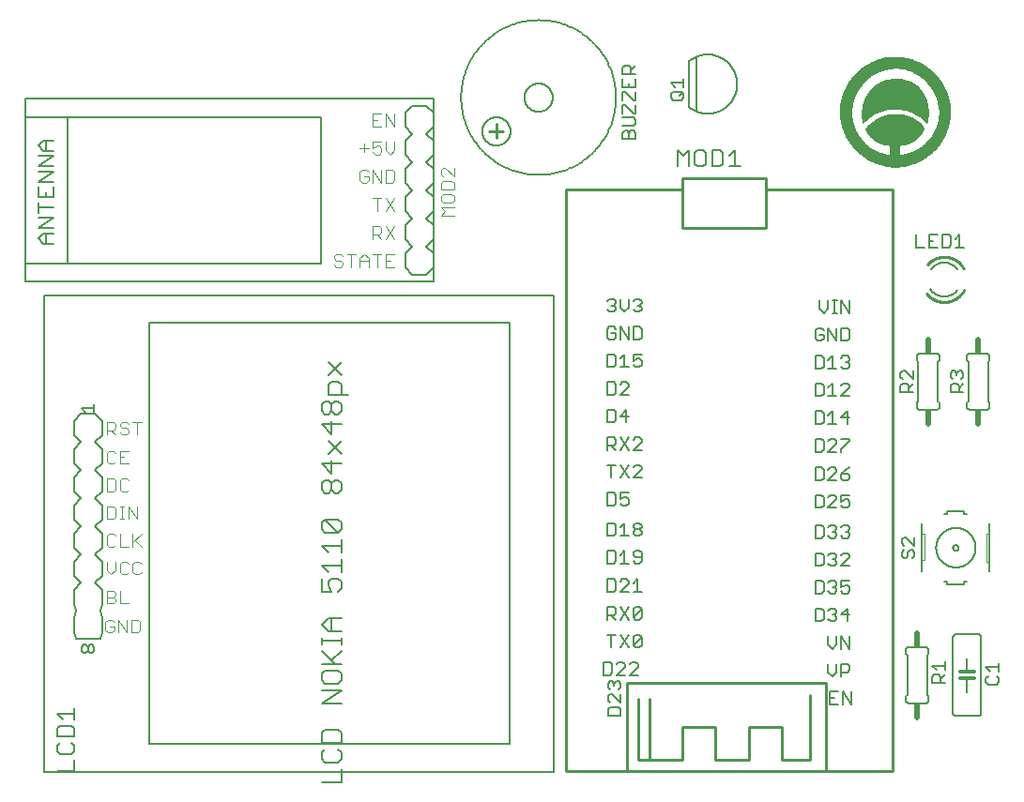
<source format=gbr>
G75*
%MOIN*%
%OFA0B0*%
%FSLAX25Y25*%
%IPPOS*%
%LPD*%
%AMOC8*
5,1,8,0,0,1.08239X$1,22.5*
%
%ADD10C,0.01000*%
%ADD11C,0.00600*%
%ADD12C,0.00500*%
%ADD13C,0.00400*%
%ADD14C,0.00700*%
%ADD15C,0.02000*%
%ADD16R,0.02000X0.01500*%
%ADD17C,0.00197*%
%ADD18C,0.00200*%
%ADD19C,0.01200*%
D10*
X0218579Y0039582D02*
X0218579Y0246275D01*
X0259918Y0246275D01*
X0259918Y0232495D01*
X0289446Y0232495D01*
X0289446Y0246275D01*
X0289446Y0250212D01*
X0259918Y0250212D01*
X0259918Y0246275D01*
X0289446Y0246275D02*
X0334721Y0246275D01*
X0334721Y0039582D01*
X0311099Y0039582D01*
X0311099Y0071078D01*
X0240233Y0071078D01*
X0240233Y0039582D01*
X0311099Y0039582D01*
X0305194Y0043519D02*
X0305194Y0066511D01*
X0295351Y0055330D02*
X0295351Y0043519D01*
X0305194Y0043519D01*
X0295351Y0055330D02*
X0283540Y0055330D01*
X0283540Y0043519D01*
X0271729Y0043519D01*
X0271729Y0055330D01*
X0259918Y0055330D01*
X0259918Y0043519D01*
X0248107Y0043519D01*
X0248107Y0065172D01*
X0244170Y0065172D02*
X0244170Y0043519D01*
X0248107Y0043519D01*
X0240233Y0039582D02*
X0218579Y0039582D01*
X0352910Y0206346D02*
X0353102Y0206348D01*
X0353294Y0206355D01*
X0353486Y0206367D01*
X0353678Y0206383D01*
X0353869Y0206404D01*
X0354059Y0206429D01*
X0354249Y0206459D01*
X0354438Y0206493D01*
X0354626Y0206532D01*
X0354813Y0206576D01*
X0354999Y0206624D01*
X0355184Y0206676D01*
X0355368Y0206733D01*
X0355550Y0206794D01*
X0355730Y0206860D01*
X0355909Y0206930D01*
X0356087Y0207004D01*
X0356262Y0207082D01*
X0356436Y0207165D01*
X0356607Y0207252D01*
X0356776Y0207342D01*
X0356943Y0207437D01*
X0357108Y0207536D01*
X0357271Y0207639D01*
X0357430Y0207746D01*
X0357588Y0207856D01*
X0357742Y0207970D01*
X0357894Y0208088D01*
X0358043Y0208210D01*
X0358189Y0208335D01*
X0358331Y0208463D01*
X0358471Y0208595D01*
X0358608Y0208730D01*
X0358741Y0208869D01*
X0358871Y0209010D01*
X0358997Y0209155D01*
X0359120Y0209303D01*
X0359239Y0209453D01*
X0359355Y0209607D01*
X0359467Y0209763D01*
X0359575Y0209922D01*
X0359680Y0210083D01*
X0359780Y0210247D01*
X0359876Y0210413D01*
X0359969Y0210581D01*
X0359856Y0218315D02*
X0359757Y0218484D01*
X0359653Y0218650D01*
X0359546Y0218814D01*
X0359435Y0218975D01*
X0359320Y0219133D01*
X0359201Y0219288D01*
X0359078Y0219441D01*
X0358952Y0219590D01*
X0358822Y0219736D01*
X0358688Y0219879D01*
X0358551Y0220019D01*
X0358411Y0220155D01*
X0358267Y0220288D01*
X0358120Y0220417D01*
X0357970Y0220543D01*
X0357817Y0220664D01*
X0357661Y0220783D01*
X0357502Y0220897D01*
X0357341Y0221007D01*
X0357176Y0221113D01*
X0357010Y0221216D01*
X0356840Y0221314D01*
X0356669Y0221408D01*
X0356495Y0221498D01*
X0356319Y0221583D01*
X0356141Y0221665D01*
X0355961Y0221741D01*
X0355779Y0221814D01*
X0355596Y0221882D01*
X0355411Y0221945D01*
X0355224Y0222004D01*
X0355036Y0222058D01*
X0354847Y0222108D01*
X0354657Y0222153D01*
X0354465Y0222193D01*
X0354273Y0222229D01*
X0354080Y0222260D01*
X0353886Y0222286D01*
X0353691Y0222308D01*
X0353496Y0222324D01*
X0353301Y0222336D01*
X0353105Y0222344D01*
X0352910Y0222346D01*
X0352717Y0222344D01*
X0352524Y0222337D01*
X0352332Y0222325D01*
X0352139Y0222309D01*
X0351947Y0222288D01*
X0351756Y0222262D01*
X0351566Y0222232D01*
X0351376Y0222197D01*
X0351187Y0222158D01*
X0350999Y0222114D01*
X0350812Y0222066D01*
X0350626Y0222013D01*
X0350442Y0221956D01*
X0350259Y0221894D01*
X0350078Y0221828D01*
X0349898Y0221757D01*
X0349720Y0221683D01*
X0349544Y0221604D01*
X0349370Y0221520D01*
X0349198Y0221433D01*
X0349028Y0221341D01*
X0348861Y0221245D01*
X0348695Y0221146D01*
X0348532Y0221042D01*
X0348372Y0220935D01*
X0348215Y0220823D01*
X0348060Y0220708D01*
X0347908Y0220589D01*
X0347759Y0220467D01*
X0347612Y0220341D01*
X0347469Y0220211D01*
X0347329Y0220078D01*
X0347193Y0219942D01*
X0347059Y0219802D01*
X0346930Y0219660D01*
X0346803Y0219514D01*
X0346764Y0209224D02*
X0346891Y0209076D01*
X0347021Y0208931D01*
X0347154Y0208790D01*
X0347291Y0208651D01*
X0347431Y0208516D01*
X0347575Y0208385D01*
X0347722Y0208257D01*
X0347871Y0208132D01*
X0348024Y0208011D01*
X0348179Y0207894D01*
X0348338Y0207781D01*
X0348499Y0207672D01*
X0348663Y0207567D01*
X0348829Y0207465D01*
X0348998Y0207368D01*
X0349168Y0207275D01*
X0349342Y0207186D01*
X0349517Y0207101D01*
X0349694Y0207021D01*
X0349873Y0206945D01*
X0350054Y0206873D01*
X0350237Y0206806D01*
X0350421Y0206743D01*
X0350607Y0206685D01*
X0350794Y0206631D01*
X0350982Y0206582D01*
X0351172Y0206537D01*
X0351362Y0206497D01*
X0351554Y0206462D01*
X0351746Y0206431D01*
X0351939Y0206405D01*
X0352133Y0206384D01*
X0352327Y0206367D01*
X0352521Y0206355D01*
X0352715Y0206348D01*
X0352910Y0206346D01*
X0196394Y0266991D02*
X0191394Y0266991D01*
X0193894Y0264491D02*
X0193894Y0269491D01*
D11*
X0188894Y0266991D02*
X0188896Y0267132D01*
X0188902Y0267273D01*
X0188912Y0267413D01*
X0188926Y0267553D01*
X0188944Y0267693D01*
X0188965Y0267832D01*
X0188991Y0267971D01*
X0189020Y0268109D01*
X0189054Y0268245D01*
X0189091Y0268381D01*
X0189132Y0268516D01*
X0189177Y0268650D01*
X0189226Y0268782D01*
X0189278Y0268913D01*
X0189334Y0269042D01*
X0189394Y0269169D01*
X0189457Y0269295D01*
X0189523Y0269419D01*
X0189594Y0269542D01*
X0189667Y0269662D01*
X0189744Y0269780D01*
X0189824Y0269896D01*
X0189908Y0270009D01*
X0189994Y0270120D01*
X0190084Y0270229D01*
X0190177Y0270335D01*
X0190272Y0270438D01*
X0190371Y0270539D01*
X0190472Y0270637D01*
X0190576Y0270732D01*
X0190683Y0270824D01*
X0190792Y0270913D01*
X0190904Y0270998D01*
X0191018Y0271081D01*
X0191134Y0271161D01*
X0191253Y0271237D01*
X0191374Y0271309D01*
X0191496Y0271379D01*
X0191621Y0271444D01*
X0191747Y0271507D01*
X0191875Y0271565D01*
X0192005Y0271620D01*
X0192136Y0271672D01*
X0192269Y0271719D01*
X0192403Y0271763D01*
X0192538Y0271804D01*
X0192674Y0271840D01*
X0192811Y0271872D01*
X0192949Y0271901D01*
X0193087Y0271926D01*
X0193227Y0271946D01*
X0193367Y0271963D01*
X0193507Y0271976D01*
X0193648Y0271985D01*
X0193788Y0271990D01*
X0193929Y0271991D01*
X0194070Y0271988D01*
X0194211Y0271981D01*
X0194351Y0271970D01*
X0194491Y0271955D01*
X0194631Y0271936D01*
X0194770Y0271914D01*
X0194908Y0271887D01*
X0195046Y0271857D01*
X0195182Y0271822D01*
X0195318Y0271784D01*
X0195452Y0271742D01*
X0195586Y0271696D01*
X0195718Y0271647D01*
X0195848Y0271593D01*
X0195977Y0271536D01*
X0196104Y0271476D01*
X0196230Y0271412D01*
X0196353Y0271344D01*
X0196475Y0271273D01*
X0196595Y0271199D01*
X0196712Y0271121D01*
X0196827Y0271040D01*
X0196940Y0270956D01*
X0197051Y0270869D01*
X0197159Y0270778D01*
X0197264Y0270685D01*
X0197367Y0270588D01*
X0197467Y0270489D01*
X0197564Y0270387D01*
X0197658Y0270282D01*
X0197749Y0270175D01*
X0197837Y0270065D01*
X0197922Y0269953D01*
X0198004Y0269838D01*
X0198083Y0269721D01*
X0198158Y0269602D01*
X0198230Y0269481D01*
X0198298Y0269358D01*
X0198363Y0269233D01*
X0198425Y0269106D01*
X0198482Y0268977D01*
X0198537Y0268847D01*
X0198587Y0268716D01*
X0198634Y0268583D01*
X0198677Y0268449D01*
X0198716Y0268313D01*
X0198751Y0268177D01*
X0198783Y0268040D01*
X0198810Y0267902D01*
X0198834Y0267763D01*
X0198854Y0267623D01*
X0198870Y0267483D01*
X0198882Y0267343D01*
X0198890Y0267202D01*
X0198894Y0267061D01*
X0198894Y0266921D01*
X0198890Y0266780D01*
X0198882Y0266639D01*
X0198870Y0266499D01*
X0198854Y0266359D01*
X0198834Y0266219D01*
X0198810Y0266080D01*
X0198783Y0265942D01*
X0198751Y0265805D01*
X0198716Y0265669D01*
X0198677Y0265533D01*
X0198634Y0265399D01*
X0198587Y0265266D01*
X0198537Y0265135D01*
X0198482Y0265005D01*
X0198425Y0264876D01*
X0198363Y0264749D01*
X0198298Y0264624D01*
X0198230Y0264501D01*
X0198158Y0264380D01*
X0198083Y0264261D01*
X0198004Y0264144D01*
X0197922Y0264029D01*
X0197837Y0263917D01*
X0197749Y0263807D01*
X0197658Y0263700D01*
X0197564Y0263595D01*
X0197467Y0263493D01*
X0197367Y0263394D01*
X0197264Y0263297D01*
X0197159Y0263204D01*
X0197051Y0263113D01*
X0196940Y0263026D01*
X0196827Y0262942D01*
X0196712Y0262861D01*
X0196595Y0262783D01*
X0196475Y0262709D01*
X0196353Y0262638D01*
X0196230Y0262570D01*
X0196104Y0262506D01*
X0195977Y0262446D01*
X0195848Y0262389D01*
X0195718Y0262335D01*
X0195586Y0262286D01*
X0195452Y0262240D01*
X0195318Y0262198D01*
X0195182Y0262160D01*
X0195046Y0262125D01*
X0194908Y0262095D01*
X0194770Y0262068D01*
X0194631Y0262046D01*
X0194491Y0262027D01*
X0194351Y0262012D01*
X0194211Y0262001D01*
X0194070Y0261994D01*
X0193929Y0261991D01*
X0193788Y0261992D01*
X0193648Y0261997D01*
X0193507Y0262006D01*
X0193367Y0262019D01*
X0193227Y0262036D01*
X0193087Y0262056D01*
X0192949Y0262081D01*
X0192811Y0262110D01*
X0192674Y0262142D01*
X0192538Y0262178D01*
X0192403Y0262219D01*
X0192269Y0262263D01*
X0192136Y0262310D01*
X0192005Y0262362D01*
X0191875Y0262417D01*
X0191747Y0262475D01*
X0191621Y0262538D01*
X0191496Y0262603D01*
X0191374Y0262673D01*
X0191253Y0262745D01*
X0191134Y0262821D01*
X0191018Y0262901D01*
X0190904Y0262984D01*
X0190792Y0263069D01*
X0190683Y0263158D01*
X0190576Y0263250D01*
X0190472Y0263345D01*
X0190371Y0263443D01*
X0190272Y0263544D01*
X0190177Y0263647D01*
X0190084Y0263753D01*
X0189994Y0263862D01*
X0189908Y0263973D01*
X0189824Y0264086D01*
X0189744Y0264202D01*
X0189667Y0264320D01*
X0189594Y0264440D01*
X0189523Y0264563D01*
X0189457Y0264687D01*
X0189394Y0264813D01*
X0189334Y0264940D01*
X0189278Y0265069D01*
X0189226Y0265200D01*
X0189177Y0265332D01*
X0189132Y0265466D01*
X0189091Y0265601D01*
X0189054Y0265737D01*
X0189020Y0265873D01*
X0188991Y0266011D01*
X0188965Y0266150D01*
X0188944Y0266289D01*
X0188926Y0266429D01*
X0188912Y0266569D01*
X0188902Y0266709D01*
X0188896Y0266850D01*
X0188894Y0266991D01*
X0203894Y0278991D02*
X0203896Y0279132D01*
X0203902Y0279273D01*
X0203912Y0279413D01*
X0203926Y0279553D01*
X0203944Y0279693D01*
X0203965Y0279832D01*
X0203991Y0279971D01*
X0204020Y0280109D01*
X0204054Y0280245D01*
X0204091Y0280381D01*
X0204132Y0280516D01*
X0204177Y0280650D01*
X0204226Y0280782D01*
X0204278Y0280913D01*
X0204334Y0281042D01*
X0204394Y0281169D01*
X0204457Y0281295D01*
X0204523Y0281419D01*
X0204594Y0281542D01*
X0204667Y0281662D01*
X0204744Y0281780D01*
X0204824Y0281896D01*
X0204908Y0282009D01*
X0204994Y0282120D01*
X0205084Y0282229D01*
X0205177Y0282335D01*
X0205272Y0282438D01*
X0205371Y0282539D01*
X0205472Y0282637D01*
X0205576Y0282732D01*
X0205683Y0282824D01*
X0205792Y0282913D01*
X0205904Y0282998D01*
X0206018Y0283081D01*
X0206134Y0283161D01*
X0206253Y0283237D01*
X0206374Y0283309D01*
X0206496Y0283379D01*
X0206621Y0283444D01*
X0206747Y0283507D01*
X0206875Y0283565D01*
X0207005Y0283620D01*
X0207136Y0283672D01*
X0207269Y0283719D01*
X0207403Y0283763D01*
X0207538Y0283804D01*
X0207674Y0283840D01*
X0207811Y0283872D01*
X0207949Y0283901D01*
X0208087Y0283926D01*
X0208227Y0283946D01*
X0208367Y0283963D01*
X0208507Y0283976D01*
X0208648Y0283985D01*
X0208788Y0283990D01*
X0208929Y0283991D01*
X0209070Y0283988D01*
X0209211Y0283981D01*
X0209351Y0283970D01*
X0209491Y0283955D01*
X0209631Y0283936D01*
X0209770Y0283914D01*
X0209908Y0283887D01*
X0210046Y0283857D01*
X0210182Y0283822D01*
X0210318Y0283784D01*
X0210452Y0283742D01*
X0210586Y0283696D01*
X0210718Y0283647D01*
X0210848Y0283593D01*
X0210977Y0283536D01*
X0211104Y0283476D01*
X0211230Y0283412D01*
X0211353Y0283344D01*
X0211475Y0283273D01*
X0211595Y0283199D01*
X0211712Y0283121D01*
X0211827Y0283040D01*
X0211940Y0282956D01*
X0212051Y0282869D01*
X0212159Y0282778D01*
X0212264Y0282685D01*
X0212367Y0282588D01*
X0212467Y0282489D01*
X0212564Y0282387D01*
X0212658Y0282282D01*
X0212749Y0282175D01*
X0212837Y0282065D01*
X0212922Y0281953D01*
X0213004Y0281838D01*
X0213083Y0281721D01*
X0213158Y0281602D01*
X0213230Y0281481D01*
X0213298Y0281358D01*
X0213363Y0281233D01*
X0213425Y0281106D01*
X0213482Y0280977D01*
X0213537Y0280847D01*
X0213587Y0280716D01*
X0213634Y0280583D01*
X0213677Y0280449D01*
X0213716Y0280313D01*
X0213751Y0280177D01*
X0213783Y0280040D01*
X0213810Y0279902D01*
X0213834Y0279763D01*
X0213854Y0279623D01*
X0213870Y0279483D01*
X0213882Y0279343D01*
X0213890Y0279202D01*
X0213894Y0279061D01*
X0213894Y0278921D01*
X0213890Y0278780D01*
X0213882Y0278639D01*
X0213870Y0278499D01*
X0213854Y0278359D01*
X0213834Y0278219D01*
X0213810Y0278080D01*
X0213783Y0277942D01*
X0213751Y0277805D01*
X0213716Y0277669D01*
X0213677Y0277533D01*
X0213634Y0277399D01*
X0213587Y0277266D01*
X0213537Y0277135D01*
X0213482Y0277005D01*
X0213425Y0276876D01*
X0213363Y0276749D01*
X0213298Y0276624D01*
X0213230Y0276501D01*
X0213158Y0276380D01*
X0213083Y0276261D01*
X0213004Y0276144D01*
X0212922Y0276029D01*
X0212837Y0275917D01*
X0212749Y0275807D01*
X0212658Y0275700D01*
X0212564Y0275595D01*
X0212467Y0275493D01*
X0212367Y0275394D01*
X0212264Y0275297D01*
X0212159Y0275204D01*
X0212051Y0275113D01*
X0211940Y0275026D01*
X0211827Y0274942D01*
X0211712Y0274861D01*
X0211595Y0274783D01*
X0211475Y0274709D01*
X0211353Y0274638D01*
X0211230Y0274570D01*
X0211104Y0274506D01*
X0210977Y0274446D01*
X0210848Y0274389D01*
X0210718Y0274335D01*
X0210586Y0274286D01*
X0210452Y0274240D01*
X0210318Y0274198D01*
X0210182Y0274160D01*
X0210046Y0274125D01*
X0209908Y0274095D01*
X0209770Y0274068D01*
X0209631Y0274046D01*
X0209491Y0274027D01*
X0209351Y0274012D01*
X0209211Y0274001D01*
X0209070Y0273994D01*
X0208929Y0273991D01*
X0208788Y0273992D01*
X0208648Y0273997D01*
X0208507Y0274006D01*
X0208367Y0274019D01*
X0208227Y0274036D01*
X0208087Y0274056D01*
X0207949Y0274081D01*
X0207811Y0274110D01*
X0207674Y0274142D01*
X0207538Y0274178D01*
X0207403Y0274219D01*
X0207269Y0274263D01*
X0207136Y0274310D01*
X0207005Y0274362D01*
X0206875Y0274417D01*
X0206747Y0274475D01*
X0206621Y0274538D01*
X0206496Y0274603D01*
X0206374Y0274673D01*
X0206253Y0274745D01*
X0206134Y0274821D01*
X0206018Y0274901D01*
X0205904Y0274984D01*
X0205792Y0275069D01*
X0205683Y0275158D01*
X0205576Y0275250D01*
X0205472Y0275345D01*
X0205371Y0275443D01*
X0205272Y0275544D01*
X0205177Y0275647D01*
X0205084Y0275753D01*
X0204994Y0275862D01*
X0204908Y0275973D01*
X0204824Y0276086D01*
X0204744Y0276202D01*
X0204667Y0276320D01*
X0204594Y0276440D01*
X0204523Y0276563D01*
X0204457Y0276687D01*
X0204394Y0276813D01*
X0204334Y0276940D01*
X0204278Y0277069D01*
X0204226Y0277200D01*
X0204177Y0277332D01*
X0204132Y0277466D01*
X0204091Y0277601D01*
X0204054Y0277737D01*
X0204020Y0277873D01*
X0203991Y0278011D01*
X0203965Y0278150D01*
X0203944Y0278289D01*
X0203926Y0278429D01*
X0203912Y0278569D01*
X0203902Y0278709D01*
X0203896Y0278850D01*
X0203894Y0278991D01*
X0181394Y0278991D02*
X0181402Y0279666D01*
X0181427Y0280340D01*
X0181469Y0281014D01*
X0181526Y0281686D01*
X0181601Y0282357D01*
X0181692Y0283026D01*
X0181799Y0283692D01*
X0181922Y0284356D01*
X0182062Y0285016D01*
X0182218Y0285673D01*
X0182390Y0286326D01*
X0182578Y0286974D01*
X0182782Y0287617D01*
X0183002Y0288255D01*
X0183237Y0288888D01*
X0183487Y0289515D01*
X0183753Y0290135D01*
X0184034Y0290749D01*
X0184330Y0291355D01*
X0184641Y0291954D01*
X0184967Y0292546D01*
X0185306Y0293129D01*
X0185661Y0293703D01*
X0186029Y0294269D01*
X0186410Y0294826D01*
X0186806Y0295373D01*
X0187214Y0295910D01*
X0187636Y0296437D01*
X0188071Y0296953D01*
X0188518Y0297459D01*
X0188977Y0297953D01*
X0189449Y0298436D01*
X0189932Y0298908D01*
X0190426Y0299367D01*
X0190932Y0299814D01*
X0191448Y0300249D01*
X0191975Y0300671D01*
X0192512Y0301079D01*
X0193059Y0301475D01*
X0193616Y0301856D01*
X0194182Y0302224D01*
X0194756Y0302579D01*
X0195339Y0302918D01*
X0195931Y0303244D01*
X0196530Y0303555D01*
X0197136Y0303851D01*
X0197750Y0304132D01*
X0198370Y0304398D01*
X0198997Y0304648D01*
X0199630Y0304883D01*
X0200268Y0305103D01*
X0200911Y0305307D01*
X0201559Y0305495D01*
X0202212Y0305667D01*
X0202869Y0305823D01*
X0203529Y0305963D01*
X0204193Y0306086D01*
X0204859Y0306193D01*
X0205528Y0306284D01*
X0206199Y0306359D01*
X0206871Y0306416D01*
X0207545Y0306458D01*
X0208219Y0306483D01*
X0208894Y0306491D01*
X0209569Y0306483D01*
X0210243Y0306458D01*
X0210917Y0306416D01*
X0211589Y0306359D01*
X0212260Y0306284D01*
X0212929Y0306193D01*
X0213595Y0306086D01*
X0214259Y0305963D01*
X0214919Y0305823D01*
X0215576Y0305667D01*
X0216229Y0305495D01*
X0216877Y0305307D01*
X0217520Y0305103D01*
X0218158Y0304883D01*
X0218791Y0304648D01*
X0219418Y0304398D01*
X0220038Y0304132D01*
X0220652Y0303851D01*
X0221258Y0303555D01*
X0221857Y0303244D01*
X0222449Y0302918D01*
X0223032Y0302579D01*
X0223606Y0302224D01*
X0224172Y0301856D01*
X0224729Y0301475D01*
X0225276Y0301079D01*
X0225813Y0300671D01*
X0226340Y0300249D01*
X0226856Y0299814D01*
X0227362Y0299367D01*
X0227856Y0298908D01*
X0228339Y0298436D01*
X0228811Y0297953D01*
X0229270Y0297459D01*
X0229717Y0296953D01*
X0230152Y0296437D01*
X0230574Y0295910D01*
X0230982Y0295373D01*
X0231378Y0294826D01*
X0231759Y0294269D01*
X0232127Y0293703D01*
X0232482Y0293129D01*
X0232821Y0292546D01*
X0233147Y0291954D01*
X0233458Y0291355D01*
X0233754Y0290749D01*
X0234035Y0290135D01*
X0234301Y0289515D01*
X0234551Y0288888D01*
X0234786Y0288255D01*
X0235006Y0287617D01*
X0235210Y0286974D01*
X0235398Y0286326D01*
X0235570Y0285673D01*
X0235726Y0285016D01*
X0235866Y0284356D01*
X0235989Y0283692D01*
X0236096Y0283026D01*
X0236187Y0282357D01*
X0236262Y0281686D01*
X0236319Y0281014D01*
X0236361Y0280340D01*
X0236386Y0279666D01*
X0236394Y0278991D01*
X0236386Y0278316D01*
X0236361Y0277642D01*
X0236319Y0276968D01*
X0236262Y0276296D01*
X0236187Y0275625D01*
X0236096Y0274956D01*
X0235989Y0274290D01*
X0235866Y0273626D01*
X0235726Y0272966D01*
X0235570Y0272309D01*
X0235398Y0271656D01*
X0235210Y0271008D01*
X0235006Y0270365D01*
X0234786Y0269727D01*
X0234551Y0269094D01*
X0234301Y0268467D01*
X0234035Y0267847D01*
X0233754Y0267233D01*
X0233458Y0266627D01*
X0233147Y0266028D01*
X0232821Y0265436D01*
X0232482Y0264853D01*
X0232127Y0264279D01*
X0231759Y0263713D01*
X0231378Y0263156D01*
X0230982Y0262609D01*
X0230574Y0262072D01*
X0230152Y0261545D01*
X0229717Y0261029D01*
X0229270Y0260523D01*
X0228811Y0260029D01*
X0228339Y0259546D01*
X0227856Y0259074D01*
X0227362Y0258615D01*
X0226856Y0258168D01*
X0226340Y0257733D01*
X0225813Y0257311D01*
X0225276Y0256903D01*
X0224729Y0256507D01*
X0224172Y0256126D01*
X0223606Y0255758D01*
X0223032Y0255403D01*
X0222449Y0255064D01*
X0221857Y0254738D01*
X0221258Y0254427D01*
X0220652Y0254131D01*
X0220038Y0253850D01*
X0219418Y0253584D01*
X0218791Y0253334D01*
X0218158Y0253099D01*
X0217520Y0252879D01*
X0216877Y0252675D01*
X0216229Y0252487D01*
X0215576Y0252315D01*
X0214919Y0252159D01*
X0214259Y0252019D01*
X0213595Y0251896D01*
X0212929Y0251789D01*
X0212260Y0251698D01*
X0211589Y0251623D01*
X0210917Y0251566D01*
X0210243Y0251524D01*
X0209569Y0251499D01*
X0208894Y0251491D01*
X0208219Y0251499D01*
X0207545Y0251524D01*
X0206871Y0251566D01*
X0206199Y0251623D01*
X0205528Y0251698D01*
X0204859Y0251789D01*
X0204193Y0251896D01*
X0203529Y0252019D01*
X0202869Y0252159D01*
X0202212Y0252315D01*
X0201559Y0252487D01*
X0200911Y0252675D01*
X0200268Y0252879D01*
X0199630Y0253099D01*
X0198997Y0253334D01*
X0198370Y0253584D01*
X0197750Y0253850D01*
X0197136Y0254131D01*
X0196530Y0254427D01*
X0195931Y0254738D01*
X0195339Y0255064D01*
X0194756Y0255403D01*
X0194182Y0255758D01*
X0193616Y0256126D01*
X0193059Y0256507D01*
X0192512Y0256903D01*
X0191975Y0257311D01*
X0191448Y0257733D01*
X0190932Y0258168D01*
X0190426Y0258615D01*
X0189932Y0259074D01*
X0189449Y0259546D01*
X0188977Y0260029D01*
X0188518Y0260523D01*
X0188071Y0261029D01*
X0187636Y0261545D01*
X0187214Y0262072D01*
X0186806Y0262609D01*
X0186410Y0263156D01*
X0186029Y0263713D01*
X0185661Y0264279D01*
X0185306Y0264853D01*
X0184967Y0265436D01*
X0184641Y0266028D01*
X0184330Y0266627D01*
X0184034Y0267233D01*
X0183753Y0267847D01*
X0183487Y0268467D01*
X0183237Y0269094D01*
X0183002Y0269727D01*
X0182782Y0270365D01*
X0182578Y0271008D01*
X0182390Y0271656D01*
X0182218Y0272309D01*
X0182062Y0272966D01*
X0181922Y0273626D01*
X0181799Y0274290D01*
X0181692Y0274956D01*
X0181601Y0275625D01*
X0181526Y0276296D01*
X0181469Y0276968D01*
X0181427Y0277642D01*
X0181402Y0278316D01*
X0181394Y0278991D01*
X0262394Y0275546D02*
X0262394Y0292042D01*
X0262394Y0292040D02*
X0262596Y0292195D01*
X0262801Y0292346D01*
X0263010Y0292491D01*
X0263223Y0292631D01*
X0263439Y0292766D01*
X0263658Y0292895D01*
X0263880Y0293019D01*
X0264105Y0293138D01*
X0264333Y0293252D01*
X0264563Y0293359D01*
X0264796Y0293461D01*
X0265032Y0293558D01*
X0265270Y0293649D01*
X0265510Y0293734D01*
X0265752Y0293813D01*
X0265995Y0293886D01*
X0266241Y0293953D01*
X0266488Y0294015D01*
X0266736Y0294070D01*
X0266986Y0294119D01*
X0267237Y0294162D01*
X0267488Y0294199D01*
X0267741Y0294230D01*
X0267994Y0294255D01*
X0268248Y0294274D01*
X0268502Y0294287D01*
X0268757Y0294293D01*
X0269011Y0294293D01*
X0269266Y0294287D01*
X0269520Y0294275D01*
X0269774Y0294257D01*
X0270027Y0294233D01*
X0270280Y0294202D01*
X0270531Y0294166D01*
X0270782Y0294123D01*
X0271032Y0294074D01*
X0271281Y0294019D01*
X0271528Y0293958D01*
X0271773Y0293892D01*
X0272017Y0293819D01*
X0272259Y0293740D01*
X0272499Y0293656D01*
X0272737Y0293565D01*
X0272973Y0293469D01*
X0273206Y0293368D01*
X0273437Y0293260D01*
X0273665Y0293147D01*
X0273890Y0293029D01*
X0274113Y0292905D01*
X0274332Y0292776D01*
X0274548Y0292642D01*
X0274761Y0292502D01*
X0274970Y0292357D01*
X0275176Y0292208D01*
X0275378Y0292053D01*
X0275576Y0291893D01*
X0275770Y0291729D01*
X0275961Y0291560D01*
X0276147Y0291386D01*
X0276329Y0291208D01*
X0276506Y0291026D01*
X0276679Y0290839D01*
X0276848Y0290649D01*
X0277012Y0290454D01*
X0277171Y0290255D01*
X0277325Y0290053D01*
X0277474Y0289847D01*
X0277618Y0289637D01*
X0277757Y0289424D01*
X0277891Y0289207D01*
X0278020Y0288988D01*
X0278143Y0288765D01*
X0278261Y0288539D01*
X0278373Y0288311D01*
X0278479Y0288080D01*
X0278581Y0287846D01*
X0278676Y0287610D01*
X0278766Y0287372D01*
X0278849Y0287132D01*
X0278927Y0286890D01*
X0278999Y0286649D01*
X0279064Y0286406D01*
X0279124Y0286162D01*
X0279177Y0285916D01*
X0279225Y0285669D01*
X0279267Y0285421D01*
X0279303Y0285173D01*
X0279333Y0284923D01*
X0279357Y0284673D01*
X0279375Y0284422D01*
X0279387Y0284171D01*
X0279393Y0283920D01*
X0279393Y0283668D01*
X0279387Y0283417D01*
X0279375Y0283166D01*
X0279357Y0282915D01*
X0279333Y0282665D01*
X0279303Y0282415D01*
X0279267Y0282167D01*
X0279225Y0281919D01*
X0279177Y0281672D01*
X0279124Y0281426D01*
X0279064Y0281182D01*
X0278999Y0280939D01*
X0278927Y0280698D01*
X0278927Y0280696D02*
X0278849Y0280454D01*
X0278765Y0280214D01*
X0278676Y0279976D01*
X0278581Y0279740D01*
X0278479Y0279506D01*
X0278373Y0279275D01*
X0278260Y0279047D01*
X0278143Y0278821D01*
X0278020Y0278598D01*
X0277891Y0278379D01*
X0277757Y0278162D01*
X0277618Y0277949D01*
X0277474Y0277739D01*
X0277325Y0277533D01*
X0277171Y0277331D01*
X0277012Y0277132D01*
X0276848Y0276937D01*
X0276679Y0276746D01*
X0276506Y0276560D01*
X0276329Y0276377D01*
X0276147Y0276199D01*
X0275961Y0276026D01*
X0275770Y0275857D01*
X0275576Y0275693D01*
X0275378Y0275533D01*
X0275176Y0275378D01*
X0274970Y0275229D01*
X0274761Y0275084D01*
X0274548Y0274944D01*
X0274332Y0274810D01*
X0274112Y0274681D01*
X0273890Y0274557D01*
X0273665Y0274438D01*
X0273437Y0274326D01*
X0273206Y0274218D01*
X0272973Y0274117D01*
X0272737Y0274021D01*
X0272499Y0273930D01*
X0272259Y0273846D01*
X0272017Y0273767D01*
X0271773Y0273694D01*
X0271527Y0273628D01*
X0271280Y0273567D01*
X0271032Y0273512D01*
X0270782Y0273463D01*
X0270531Y0273420D01*
X0270279Y0273384D01*
X0270027Y0273353D01*
X0269773Y0273329D01*
X0269520Y0273311D01*
X0269265Y0273299D01*
X0269011Y0273293D01*
X0268756Y0273293D01*
X0268502Y0273299D01*
X0268248Y0273312D01*
X0267994Y0273331D01*
X0267741Y0273356D01*
X0267488Y0273387D01*
X0267236Y0273424D01*
X0266986Y0273467D01*
X0266736Y0273516D01*
X0266487Y0273572D01*
X0266240Y0273633D01*
X0265995Y0273700D01*
X0265751Y0273773D01*
X0265509Y0273852D01*
X0265270Y0273937D01*
X0265032Y0274028D01*
X0264796Y0274125D01*
X0264563Y0274227D01*
X0264333Y0274335D01*
X0264105Y0274448D01*
X0263880Y0274567D01*
X0263658Y0274691D01*
X0263439Y0274821D01*
X0263223Y0274955D01*
X0263010Y0275095D01*
X0262801Y0275241D01*
X0262596Y0275391D01*
X0262394Y0275546D01*
X0352910Y0220346D02*
X0353062Y0220344D01*
X0353213Y0220338D01*
X0353364Y0220329D01*
X0353516Y0220315D01*
X0353666Y0220298D01*
X0353816Y0220277D01*
X0353966Y0220252D01*
X0354115Y0220224D01*
X0354263Y0220191D01*
X0354410Y0220155D01*
X0354557Y0220116D01*
X0354702Y0220072D01*
X0354846Y0220025D01*
X0354989Y0219974D01*
X0355130Y0219920D01*
X0355271Y0219862D01*
X0355409Y0219801D01*
X0355546Y0219736D01*
X0355682Y0219667D01*
X0355815Y0219596D01*
X0355947Y0219521D01*
X0356077Y0219442D01*
X0356204Y0219361D01*
X0356330Y0219276D01*
X0356454Y0219188D01*
X0356575Y0219097D01*
X0356694Y0219003D01*
X0356810Y0218905D01*
X0356924Y0218805D01*
X0357036Y0218703D01*
X0357144Y0218597D01*
X0357250Y0218489D01*
X0357354Y0218378D01*
X0357454Y0218264D01*
X0357552Y0218148D01*
X0357646Y0218029D01*
X0352910Y0208346D02*
X0352756Y0208348D01*
X0352602Y0208354D01*
X0352448Y0208364D01*
X0352294Y0208378D01*
X0352141Y0208395D01*
X0351989Y0208417D01*
X0351837Y0208443D01*
X0351685Y0208472D01*
X0351535Y0208506D01*
X0351385Y0208543D01*
X0351237Y0208584D01*
X0351089Y0208629D01*
X0350943Y0208678D01*
X0350798Y0208730D01*
X0350655Y0208786D01*
X0350512Y0208846D01*
X0350372Y0208909D01*
X0350233Y0208976D01*
X0350096Y0209047D01*
X0349961Y0209121D01*
X0349828Y0209198D01*
X0349696Y0209279D01*
X0349567Y0209363D01*
X0349440Y0209451D01*
X0349316Y0209542D01*
X0349194Y0209635D01*
X0349074Y0209733D01*
X0348957Y0209833D01*
X0348842Y0209936D01*
X0348730Y0210042D01*
X0348621Y0210150D01*
X0348515Y0210262D01*
X0348411Y0210376D01*
X0348311Y0210493D01*
X0348213Y0210612D01*
X0348119Y0210734D01*
X0348028Y0210859D01*
X0352910Y0208346D02*
X0353060Y0208348D01*
X0353211Y0208354D01*
X0353361Y0208363D01*
X0353510Y0208376D01*
X0353660Y0208393D01*
X0353809Y0208414D01*
X0353957Y0208438D01*
X0354105Y0208466D01*
X0354252Y0208498D01*
X0354398Y0208533D01*
X0354543Y0208573D01*
X0354687Y0208615D01*
X0354830Y0208662D01*
X0354972Y0208712D01*
X0355113Y0208765D01*
X0355252Y0208822D01*
X0355390Y0208882D01*
X0355526Y0208946D01*
X0355660Y0209013D01*
X0355793Y0209084D01*
X0355924Y0209158D01*
X0356053Y0209235D01*
X0356180Y0209316D01*
X0356305Y0209399D01*
X0356428Y0209486D01*
X0356549Y0209575D01*
X0356667Y0209668D01*
X0356783Y0209764D01*
X0356897Y0209862D01*
X0357008Y0209963D01*
X0357117Y0210068D01*
X0357222Y0210174D01*
X0357326Y0210284D01*
X0357426Y0210396D01*
X0357524Y0210510D01*
X0357618Y0210627D01*
X0357710Y0210746D01*
X0352910Y0220346D02*
X0352758Y0220344D01*
X0352607Y0220338D01*
X0352456Y0220329D01*
X0352304Y0220315D01*
X0352154Y0220298D01*
X0352004Y0220277D01*
X0351854Y0220252D01*
X0351705Y0220224D01*
X0351557Y0220191D01*
X0351410Y0220155D01*
X0351263Y0220116D01*
X0351118Y0220072D01*
X0350974Y0220025D01*
X0350831Y0219974D01*
X0350690Y0219920D01*
X0350549Y0219862D01*
X0350411Y0219801D01*
X0350274Y0219736D01*
X0350138Y0219667D01*
X0350005Y0219596D01*
X0349873Y0219521D01*
X0349743Y0219442D01*
X0349616Y0219361D01*
X0349490Y0219276D01*
X0349366Y0219188D01*
X0349245Y0219097D01*
X0349126Y0219003D01*
X0349010Y0218905D01*
X0348896Y0218805D01*
X0348784Y0218703D01*
X0348676Y0218597D01*
X0348570Y0218489D01*
X0348466Y0218378D01*
X0348366Y0218264D01*
X0348268Y0218148D01*
X0348174Y0218029D01*
X0350241Y0188125D02*
X0344241Y0188125D01*
X0344181Y0188123D01*
X0344120Y0188118D01*
X0344061Y0188109D01*
X0344002Y0188096D01*
X0343943Y0188080D01*
X0343886Y0188060D01*
X0343831Y0188037D01*
X0343776Y0188010D01*
X0343724Y0187981D01*
X0343673Y0187948D01*
X0343624Y0187912D01*
X0343578Y0187874D01*
X0343534Y0187832D01*
X0343492Y0187788D01*
X0343454Y0187742D01*
X0343418Y0187693D01*
X0343385Y0187642D01*
X0343356Y0187590D01*
X0343329Y0187535D01*
X0343306Y0187480D01*
X0343286Y0187423D01*
X0343270Y0187364D01*
X0343257Y0187305D01*
X0343248Y0187246D01*
X0343243Y0187185D01*
X0343241Y0187125D01*
X0343241Y0185625D01*
X0343741Y0185125D01*
X0343741Y0171125D01*
X0343241Y0170625D01*
X0343241Y0169125D01*
X0343243Y0169065D01*
X0343248Y0169004D01*
X0343257Y0168945D01*
X0343270Y0168886D01*
X0343286Y0168827D01*
X0343306Y0168770D01*
X0343329Y0168715D01*
X0343356Y0168660D01*
X0343385Y0168608D01*
X0343418Y0168557D01*
X0343454Y0168508D01*
X0343492Y0168462D01*
X0343534Y0168418D01*
X0343578Y0168376D01*
X0343624Y0168338D01*
X0343673Y0168302D01*
X0343724Y0168269D01*
X0343776Y0168240D01*
X0343831Y0168213D01*
X0343886Y0168190D01*
X0343943Y0168170D01*
X0344002Y0168154D01*
X0344061Y0168141D01*
X0344120Y0168132D01*
X0344181Y0168127D01*
X0344241Y0168125D01*
X0350241Y0168125D01*
X0350301Y0168127D01*
X0350362Y0168132D01*
X0350421Y0168141D01*
X0350480Y0168154D01*
X0350539Y0168170D01*
X0350596Y0168190D01*
X0350651Y0168213D01*
X0350706Y0168240D01*
X0350758Y0168269D01*
X0350809Y0168302D01*
X0350858Y0168338D01*
X0350904Y0168376D01*
X0350948Y0168418D01*
X0350990Y0168462D01*
X0351028Y0168508D01*
X0351064Y0168557D01*
X0351097Y0168608D01*
X0351126Y0168660D01*
X0351153Y0168715D01*
X0351176Y0168770D01*
X0351196Y0168827D01*
X0351212Y0168886D01*
X0351225Y0168945D01*
X0351234Y0169004D01*
X0351239Y0169065D01*
X0351241Y0169125D01*
X0351241Y0170625D01*
X0350741Y0171125D01*
X0350741Y0185125D01*
X0351241Y0185625D01*
X0351241Y0187125D01*
X0351239Y0187185D01*
X0351234Y0187246D01*
X0351225Y0187305D01*
X0351212Y0187364D01*
X0351196Y0187423D01*
X0351176Y0187480D01*
X0351153Y0187535D01*
X0351126Y0187590D01*
X0351097Y0187642D01*
X0351064Y0187693D01*
X0351028Y0187742D01*
X0350990Y0187788D01*
X0350948Y0187832D01*
X0350904Y0187874D01*
X0350858Y0187912D01*
X0350809Y0187948D01*
X0350758Y0187981D01*
X0350706Y0188010D01*
X0350651Y0188037D01*
X0350596Y0188060D01*
X0350539Y0188080D01*
X0350480Y0188096D01*
X0350421Y0188109D01*
X0350362Y0188118D01*
X0350301Y0188123D01*
X0350241Y0188125D01*
X0360957Y0187125D02*
X0360957Y0185625D01*
X0361457Y0185125D01*
X0361457Y0171125D01*
X0360957Y0170625D01*
X0360957Y0169125D01*
X0360959Y0169065D01*
X0360964Y0169004D01*
X0360973Y0168945D01*
X0360986Y0168886D01*
X0361002Y0168827D01*
X0361022Y0168770D01*
X0361045Y0168715D01*
X0361072Y0168660D01*
X0361101Y0168608D01*
X0361134Y0168557D01*
X0361170Y0168508D01*
X0361208Y0168462D01*
X0361250Y0168418D01*
X0361294Y0168376D01*
X0361340Y0168338D01*
X0361389Y0168302D01*
X0361440Y0168269D01*
X0361492Y0168240D01*
X0361547Y0168213D01*
X0361602Y0168190D01*
X0361659Y0168170D01*
X0361718Y0168154D01*
X0361777Y0168141D01*
X0361836Y0168132D01*
X0361897Y0168127D01*
X0361957Y0168125D01*
X0367957Y0168125D01*
X0368017Y0168127D01*
X0368078Y0168132D01*
X0368137Y0168141D01*
X0368196Y0168154D01*
X0368255Y0168170D01*
X0368312Y0168190D01*
X0368367Y0168213D01*
X0368422Y0168240D01*
X0368474Y0168269D01*
X0368525Y0168302D01*
X0368574Y0168338D01*
X0368620Y0168376D01*
X0368664Y0168418D01*
X0368706Y0168462D01*
X0368744Y0168508D01*
X0368780Y0168557D01*
X0368813Y0168608D01*
X0368842Y0168660D01*
X0368869Y0168715D01*
X0368892Y0168770D01*
X0368912Y0168827D01*
X0368928Y0168886D01*
X0368941Y0168945D01*
X0368950Y0169004D01*
X0368955Y0169065D01*
X0368957Y0169125D01*
X0368957Y0170625D01*
X0368457Y0171125D01*
X0368457Y0185125D01*
X0368957Y0185625D01*
X0368957Y0187125D01*
X0368955Y0187185D01*
X0368950Y0187246D01*
X0368941Y0187305D01*
X0368928Y0187364D01*
X0368912Y0187423D01*
X0368892Y0187480D01*
X0368869Y0187535D01*
X0368842Y0187590D01*
X0368813Y0187642D01*
X0368780Y0187693D01*
X0368744Y0187742D01*
X0368706Y0187788D01*
X0368664Y0187832D01*
X0368620Y0187874D01*
X0368574Y0187912D01*
X0368525Y0187948D01*
X0368474Y0187981D01*
X0368422Y0188010D01*
X0368367Y0188037D01*
X0368312Y0188060D01*
X0368255Y0188080D01*
X0368196Y0188096D01*
X0368137Y0188109D01*
X0368078Y0188118D01*
X0368017Y0188123D01*
X0367957Y0188125D01*
X0361957Y0188125D01*
X0361897Y0188123D01*
X0361836Y0188118D01*
X0361777Y0188109D01*
X0361718Y0188096D01*
X0361659Y0188080D01*
X0361602Y0188060D01*
X0361547Y0188037D01*
X0361492Y0188010D01*
X0361440Y0187981D01*
X0361389Y0187948D01*
X0361340Y0187912D01*
X0361294Y0187874D01*
X0361250Y0187832D01*
X0361208Y0187788D01*
X0361170Y0187742D01*
X0361134Y0187693D01*
X0361101Y0187642D01*
X0361072Y0187590D01*
X0361045Y0187535D01*
X0361022Y0187480D01*
X0361002Y0187423D01*
X0360986Y0187364D01*
X0360973Y0187305D01*
X0360964Y0187246D01*
X0360959Y0187185D01*
X0360957Y0187125D01*
X0360083Y0132070D02*
X0354083Y0132070D01*
X0354083Y0131070D01*
X0353083Y0131070D01*
X0360083Y0131070D02*
X0361083Y0131070D01*
X0360083Y0131070D02*
X0360083Y0132070D01*
X0369083Y0127570D02*
X0369083Y0124070D01*
X0369083Y0114070D01*
X0369083Y0110570D01*
X0361083Y0107070D02*
X0360083Y0107070D01*
X0360083Y0106070D01*
X0354083Y0106070D01*
X0354083Y0107070D01*
X0353083Y0107070D01*
X0345083Y0110570D02*
X0345083Y0114570D01*
X0345083Y0124070D01*
X0345083Y0127570D01*
X0356083Y0119070D02*
X0356085Y0119133D01*
X0356091Y0119195D01*
X0356101Y0119257D01*
X0356114Y0119319D01*
X0356132Y0119379D01*
X0356153Y0119438D01*
X0356178Y0119496D01*
X0356207Y0119552D01*
X0356239Y0119606D01*
X0356274Y0119658D01*
X0356312Y0119707D01*
X0356354Y0119755D01*
X0356398Y0119799D01*
X0356446Y0119841D01*
X0356495Y0119879D01*
X0356547Y0119914D01*
X0356601Y0119946D01*
X0356657Y0119975D01*
X0356715Y0120000D01*
X0356774Y0120021D01*
X0356834Y0120039D01*
X0356896Y0120052D01*
X0356958Y0120062D01*
X0357020Y0120068D01*
X0357083Y0120070D01*
X0357146Y0120068D01*
X0357208Y0120062D01*
X0357270Y0120052D01*
X0357332Y0120039D01*
X0357392Y0120021D01*
X0357451Y0120000D01*
X0357509Y0119975D01*
X0357565Y0119946D01*
X0357619Y0119914D01*
X0357671Y0119879D01*
X0357720Y0119841D01*
X0357768Y0119799D01*
X0357812Y0119755D01*
X0357854Y0119707D01*
X0357892Y0119658D01*
X0357927Y0119606D01*
X0357959Y0119552D01*
X0357988Y0119496D01*
X0358013Y0119438D01*
X0358034Y0119379D01*
X0358052Y0119319D01*
X0358065Y0119257D01*
X0358075Y0119195D01*
X0358081Y0119133D01*
X0358083Y0119070D01*
X0358081Y0119007D01*
X0358075Y0118945D01*
X0358065Y0118883D01*
X0358052Y0118821D01*
X0358034Y0118761D01*
X0358013Y0118702D01*
X0357988Y0118644D01*
X0357959Y0118588D01*
X0357927Y0118534D01*
X0357892Y0118482D01*
X0357854Y0118433D01*
X0357812Y0118385D01*
X0357768Y0118341D01*
X0357720Y0118299D01*
X0357671Y0118261D01*
X0357619Y0118226D01*
X0357565Y0118194D01*
X0357509Y0118165D01*
X0357451Y0118140D01*
X0357392Y0118119D01*
X0357332Y0118101D01*
X0357270Y0118088D01*
X0357208Y0118078D01*
X0357146Y0118072D01*
X0357083Y0118070D01*
X0357020Y0118072D01*
X0356958Y0118078D01*
X0356896Y0118088D01*
X0356834Y0118101D01*
X0356774Y0118119D01*
X0356715Y0118140D01*
X0356657Y0118165D01*
X0356601Y0118194D01*
X0356547Y0118226D01*
X0356495Y0118261D01*
X0356446Y0118299D01*
X0356398Y0118341D01*
X0356354Y0118385D01*
X0356312Y0118433D01*
X0356274Y0118482D01*
X0356239Y0118534D01*
X0356207Y0118588D01*
X0356178Y0118644D01*
X0356153Y0118702D01*
X0356132Y0118761D01*
X0356114Y0118821D01*
X0356101Y0118883D01*
X0356091Y0118945D01*
X0356085Y0119007D01*
X0356083Y0119070D01*
X0350083Y0119070D02*
X0350085Y0119242D01*
X0350091Y0119413D01*
X0350102Y0119585D01*
X0350117Y0119756D01*
X0350136Y0119927D01*
X0350159Y0120097D01*
X0350186Y0120267D01*
X0350218Y0120436D01*
X0350253Y0120604D01*
X0350293Y0120771D01*
X0350337Y0120937D01*
X0350384Y0121102D01*
X0350436Y0121266D01*
X0350492Y0121428D01*
X0350552Y0121589D01*
X0350616Y0121749D01*
X0350684Y0121907D01*
X0350755Y0122063D01*
X0350830Y0122217D01*
X0350910Y0122370D01*
X0350992Y0122520D01*
X0351079Y0122669D01*
X0351169Y0122815D01*
X0351263Y0122959D01*
X0351360Y0123101D01*
X0351461Y0123240D01*
X0351565Y0123377D01*
X0351672Y0123511D01*
X0351783Y0123642D01*
X0351896Y0123771D01*
X0352013Y0123897D01*
X0352133Y0124020D01*
X0352256Y0124140D01*
X0352382Y0124257D01*
X0352511Y0124370D01*
X0352642Y0124481D01*
X0352776Y0124588D01*
X0352913Y0124692D01*
X0353052Y0124793D01*
X0353194Y0124890D01*
X0353338Y0124984D01*
X0353484Y0125074D01*
X0353633Y0125161D01*
X0353783Y0125243D01*
X0353936Y0125323D01*
X0354090Y0125398D01*
X0354246Y0125469D01*
X0354404Y0125537D01*
X0354564Y0125601D01*
X0354725Y0125661D01*
X0354887Y0125717D01*
X0355051Y0125769D01*
X0355216Y0125816D01*
X0355382Y0125860D01*
X0355549Y0125900D01*
X0355717Y0125935D01*
X0355886Y0125967D01*
X0356056Y0125994D01*
X0356226Y0126017D01*
X0356397Y0126036D01*
X0356568Y0126051D01*
X0356740Y0126062D01*
X0356911Y0126068D01*
X0357083Y0126070D01*
X0357255Y0126068D01*
X0357426Y0126062D01*
X0357598Y0126051D01*
X0357769Y0126036D01*
X0357940Y0126017D01*
X0358110Y0125994D01*
X0358280Y0125967D01*
X0358449Y0125935D01*
X0358617Y0125900D01*
X0358784Y0125860D01*
X0358950Y0125816D01*
X0359115Y0125769D01*
X0359279Y0125717D01*
X0359441Y0125661D01*
X0359602Y0125601D01*
X0359762Y0125537D01*
X0359920Y0125469D01*
X0360076Y0125398D01*
X0360230Y0125323D01*
X0360383Y0125243D01*
X0360533Y0125161D01*
X0360682Y0125074D01*
X0360828Y0124984D01*
X0360972Y0124890D01*
X0361114Y0124793D01*
X0361253Y0124692D01*
X0361390Y0124588D01*
X0361524Y0124481D01*
X0361655Y0124370D01*
X0361784Y0124257D01*
X0361910Y0124140D01*
X0362033Y0124020D01*
X0362153Y0123897D01*
X0362270Y0123771D01*
X0362383Y0123642D01*
X0362494Y0123511D01*
X0362601Y0123377D01*
X0362705Y0123240D01*
X0362806Y0123101D01*
X0362903Y0122959D01*
X0362997Y0122815D01*
X0363087Y0122669D01*
X0363174Y0122520D01*
X0363256Y0122370D01*
X0363336Y0122217D01*
X0363411Y0122063D01*
X0363482Y0121907D01*
X0363550Y0121749D01*
X0363614Y0121589D01*
X0363674Y0121428D01*
X0363730Y0121266D01*
X0363782Y0121102D01*
X0363829Y0120937D01*
X0363873Y0120771D01*
X0363913Y0120604D01*
X0363948Y0120436D01*
X0363980Y0120267D01*
X0364007Y0120097D01*
X0364030Y0119927D01*
X0364049Y0119756D01*
X0364064Y0119585D01*
X0364075Y0119413D01*
X0364081Y0119242D01*
X0364083Y0119070D01*
X0364081Y0118898D01*
X0364075Y0118727D01*
X0364064Y0118555D01*
X0364049Y0118384D01*
X0364030Y0118213D01*
X0364007Y0118043D01*
X0363980Y0117873D01*
X0363948Y0117704D01*
X0363913Y0117536D01*
X0363873Y0117369D01*
X0363829Y0117203D01*
X0363782Y0117038D01*
X0363730Y0116874D01*
X0363674Y0116712D01*
X0363614Y0116551D01*
X0363550Y0116391D01*
X0363482Y0116233D01*
X0363411Y0116077D01*
X0363336Y0115923D01*
X0363256Y0115770D01*
X0363174Y0115620D01*
X0363087Y0115471D01*
X0362997Y0115325D01*
X0362903Y0115181D01*
X0362806Y0115039D01*
X0362705Y0114900D01*
X0362601Y0114763D01*
X0362494Y0114629D01*
X0362383Y0114498D01*
X0362270Y0114369D01*
X0362153Y0114243D01*
X0362033Y0114120D01*
X0361910Y0114000D01*
X0361784Y0113883D01*
X0361655Y0113770D01*
X0361524Y0113659D01*
X0361390Y0113552D01*
X0361253Y0113448D01*
X0361114Y0113347D01*
X0360972Y0113250D01*
X0360828Y0113156D01*
X0360682Y0113066D01*
X0360533Y0112979D01*
X0360383Y0112897D01*
X0360230Y0112817D01*
X0360076Y0112742D01*
X0359920Y0112671D01*
X0359762Y0112603D01*
X0359602Y0112539D01*
X0359441Y0112479D01*
X0359279Y0112423D01*
X0359115Y0112371D01*
X0358950Y0112324D01*
X0358784Y0112280D01*
X0358617Y0112240D01*
X0358449Y0112205D01*
X0358280Y0112173D01*
X0358110Y0112146D01*
X0357940Y0112123D01*
X0357769Y0112104D01*
X0357598Y0112089D01*
X0357426Y0112078D01*
X0357255Y0112072D01*
X0357083Y0112070D01*
X0356911Y0112072D01*
X0356740Y0112078D01*
X0356568Y0112089D01*
X0356397Y0112104D01*
X0356226Y0112123D01*
X0356056Y0112146D01*
X0355886Y0112173D01*
X0355717Y0112205D01*
X0355549Y0112240D01*
X0355382Y0112280D01*
X0355216Y0112324D01*
X0355051Y0112371D01*
X0354887Y0112423D01*
X0354725Y0112479D01*
X0354564Y0112539D01*
X0354404Y0112603D01*
X0354246Y0112671D01*
X0354090Y0112742D01*
X0353936Y0112817D01*
X0353783Y0112897D01*
X0353633Y0112979D01*
X0353484Y0113066D01*
X0353338Y0113156D01*
X0353194Y0113250D01*
X0353052Y0113347D01*
X0352913Y0113448D01*
X0352776Y0113552D01*
X0352642Y0113659D01*
X0352511Y0113770D01*
X0352382Y0113883D01*
X0352256Y0114000D01*
X0352133Y0114120D01*
X0352013Y0114243D01*
X0351896Y0114369D01*
X0351783Y0114498D01*
X0351672Y0114629D01*
X0351565Y0114763D01*
X0351461Y0114900D01*
X0351360Y0115039D01*
X0351263Y0115181D01*
X0351169Y0115325D01*
X0351079Y0115471D01*
X0350992Y0115620D01*
X0350910Y0115770D01*
X0350830Y0115923D01*
X0350755Y0116077D01*
X0350684Y0116233D01*
X0350616Y0116391D01*
X0350552Y0116551D01*
X0350492Y0116712D01*
X0350436Y0116874D01*
X0350384Y0117038D01*
X0350337Y0117203D01*
X0350293Y0117369D01*
X0350253Y0117536D01*
X0350218Y0117704D01*
X0350186Y0117873D01*
X0350159Y0118043D01*
X0350136Y0118213D01*
X0350117Y0118384D01*
X0350102Y0118555D01*
X0350091Y0118727D01*
X0350085Y0118898D01*
X0350083Y0119070D01*
X0357020Y0088294D02*
X0365020Y0088294D01*
X0365080Y0088292D01*
X0365141Y0088287D01*
X0365200Y0088278D01*
X0365259Y0088265D01*
X0365318Y0088249D01*
X0365375Y0088229D01*
X0365430Y0088206D01*
X0365485Y0088179D01*
X0365537Y0088150D01*
X0365588Y0088117D01*
X0365637Y0088081D01*
X0365683Y0088043D01*
X0365727Y0088001D01*
X0365769Y0087957D01*
X0365807Y0087911D01*
X0365843Y0087862D01*
X0365876Y0087811D01*
X0365905Y0087759D01*
X0365932Y0087704D01*
X0365955Y0087649D01*
X0365975Y0087592D01*
X0365991Y0087533D01*
X0366004Y0087474D01*
X0366013Y0087415D01*
X0366018Y0087354D01*
X0366020Y0087294D01*
X0366020Y0060294D01*
X0366018Y0060234D01*
X0366013Y0060173D01*
X0366004Y0060114D01*
X0365991Y0060055D01*
X0365975Y0059996D01*
X0365955Y0059939D01*
X0365932Y0059884D01*
X0365905Y0059829D01*
X0365876Y0059777D01*
X0365843Y0059726D01*
X0365807Y0059677D01*
X0365769Y0059631D01*
X0365727Y0059587D01*
X0365683Y0059545D01*
X0365637Y0059507D01*
X0365588Y0059471D01*
X0365537Y0059438D01*
X0365485Y0059409D01*
X0365430Y0059382D01*
X0365375Y0059359D01*
X0365318Y0059339D01*
X0365259Y0059323D01*
X0365200Y0059310D01*
X0365141Y0059301D01*
X0365080Y0059296D01*
X0365020Y0059294D01*
X0357020Y0059294D01*
X0356960Y0059296D01*
X0356899Y0059301D01*
X0356840Y0059310D01*
X0356781Y0059323D01*
X0356722Y0059339D01*
X0356665Y0059359D01*
X0356610Y0059382D01*
X0356555Y0059409D01*
X0356503Y0059438D01*
X0356452Y0059471D01*
X0356403Y0059507D01*
X0356357Y0059545D01*
X0356313Y0059587D01*
X0356271Y0059631D01*
X0356233Y0059677D01*
X0356197Y0059726D01*
X0356164Y0059777D01*
X0356135Y0059829D01*
X0356108Y0059884D01*
X0356085Y0059939D01*
X0356065Y0059996D01*
X0356049Y0060055D01*
X0356036Y0060114D01*
X0356027Y0060173D01*
X0356022Y0060234D01*
X0356020Y0060294D01*
X0356020Y0087294D01*
X0356022Y0087354D01*
X0356027Y0087415D01*
X0356036Y0087474D01*
X0356049Y0087533D01*
X0356065Y0087592D01*
X0356085Y0087649D01*
X0356108Y0087704D01*
X0356135Y0087759D01*
X0356164Y0087811D01*
X0356197Y0087862D01*
X0356233Y0087911D01*
X0356271Y0087957D01*
X0356313Y0088001D01*
X0356357Y0088043D01*
X0356403Y0088081D01*
X0356452Y0088117D01*
X0356503Y0088150D01*
X0356555Y0088179D01*
X0356610Y0088206D01*
X0356665Y0088229D01*
X0356722Y0088249D01*
X0356781Y0088265D01*
X0356840Y0088278D01*
X0356899Y0088287D01*
X0356960Y0088292D01*
X0357020Y0088294D01*
X0361020Y0079794D02*
X0361020Y0074994D01*
X0361020Y0072494D02*
X0361020Y0067794D01*
X0347304Y0066294D02*
X0347304Y0064794D01*
X0347302Y0064734D01*
X0347297Y0064673D01*
X0347288Y0064614D01*
X0347275Y0064555D01*
X0347259Y0064496D01*
X0347239Y0064439D01*
X0347216Y0064384D01*
X0347189Y0064329D01*
X0347160Y0064277D01*
X0347127Y0064226D01*
X0347091Y0064177D01*
X0347053Y0064131D01*
X0347011Y0064087D01*
X0346967Y0064045D01*
X0346921Y0064007D01*
X0346872Y0063971D01*
X0346821Y0063938D01*
X0346769Y0063909D01*
X0346714Y0063882D01*
X0346659Y0063859D01*
X0346602Y0063839D01*
X0346543Y0063823D01*
X0346484Y0063810D01*
X0346425Y0063801D01*
X0346364Y0063796D01*
X0346304Y0063794D01*
X0340304Y0063794D01*
X0340244Y0063796D01*
X0340183Y0063801D01*
X0340124Y0063810D01*
X0340065Y0063823D01*
X0340006Y0063839D01*
X0339949Y0063859D01*
X0339894Y0063882D01*
X0339839Y0063909D01*
X0339787Y0063938D01*
X0339736Y0063971D01*
X0339687Y0064007D01*
X0339641Y0064045D01*
X0339597Y0064087D01*
X0339555Y0064131D01*
X0339517Y0064177D01*
X0339481Y0064226D01*
X0339448Y0064277D01*
X0339419Y0064329D01*
X0339392Y0064384D01*
X0339369Y0064439D01*
X0339349Y0064496D01*
X0339333Y0064555D01*
X0339320Y0064614D01*
X0339311Y0064673D01*
X0339306Y0064734D01*
X0339304Y0064794D01*
X0339304Y0066294D01*
X0339804Y0066794D01*
X0339804Y0080794D01*
X0339304Y0081294D01*
X0339304Y0082794D01*
X0339306Y0082854D01*
X0339311Y0082915D01*
X0339320Y0082974D01*
X0339333Y0083033D01*
X0339349Y0083092D01*
X0339369Y0083149D01*
X0339392Y0083204D01*
X0339419Y0083259D01*
X0339448Y0083311D01*
X0339481Y0083362D01*
X0339517Y0083411D01*
X0339555Y0083457D01*
X0339597Y0083501D01*
X0339641Y0083543D01*
X0339687Y0083581D01*
X0339736Y0083617D01*
X0339787Y0083650D01*
X0339839Y0083679D01*
X0339894Y0083706D01*
X0339949Y0083729D01*
X0340006Y0083749D01*
X0340065Y0083765D01*
X0340124Y0083778D01*
X0340183Y0083787D01*
X0340244Y0083792D01*
X0340304Y0083794D01*
X0346304Y0083794D01*
X0346364Y0083792D01*
X0346425Y0083787D01*
X0346484Y0083778D01*
X0346543Y0083765D01*
X0346602Y0083749D01*
X0346659Y0083729D01*
X0346714Y0083706D01*
X0346769Y0083679D01*
X0346821Y0083650D01*
X0346872Y0083617D01*
X0346921Y0083581D01*
X0346967Y0083543D01*
X0347011Y0083501D01*
X0347053Y0083457D01*
X0347091Y0083411D01*
X0347127Y0083362D01*
X0347160Y0083311D01*
X0347189Y0083259D01*
X0347216Y0083204D01*
X0347239Y0083149D01*
X0347259Y0083092D01*
X0347275Y0083033D01*
X0347288Y0082974D01*
X0347297Y0082915D01*
X0347302Y0082854D01*
X0347304Y0082794D01*
X0347304Y0081294D01*
X0346804Y0080794D01*
X0346804Y0066794D01*
X0347304Y0066294D01*
X0138911Y0068402D02*
X0131905Y0068402D01*
X0133073Y0070729D02*
X0137743Y0070729D01*
X0138911Y0071897D01*
X0138911Y0074232D01*
X0137743Y0075400D01*
X0133073Y0075400D01*
X0131905Y0074232D01*
X0131905Y0071897D01*
X0133073Y0070729D01*
X0138911Y0068402D02*
X0131905Y0063731D01*
X0138911Y0063731D01*
X0137743Y0054406D02*
X0133073Y0054406D01*
X0131905Y0053238D01*
X0131905Y0049735D01*
X0138911Y0049735D01*
X0138911Y0053238D01*
X0137743Y0054406D01*
X0137743Y0047408D02*
X0138911Y0046240D01*
X0138911Y0043905D01*
X0137743Y0042737D01*
X0133073Y0042737D01*
X0131905Y0043905D01*
X0131905Y0046240D01*
X0133073Y0047408D01*
X0138911Y0040410D02*
X0138911Y0035739D01*
X0131905Y0035739D01*
X0131905Y0077727D02*
X0138911Y0077727D01*
X0136576Y0077727D02*
X0131905Y0082398D01*
X0131905Y0084725D02*
X0131905Y0087060D01*
X0131905Y0085893D02*
X0138911Y0085893D01*
X0138911Y0087060D02*
X0138911Y0084725D01*
X0138911Y0082398D02*
X0135408Y0078895D01*
X0135408Y0089390D02*
X0135408Y0094061D01*
X0134240Y0094061D02*
X0138911Y0094061D01*
X0138911Y0089390D02*
X0134240Y0089390D01*
X0131905Y0091726D01*
X0134240Y0094061D01*
X0135408Y0103386D02*
X0131905Y0103386D01*
X0131905Y0108057D01*
X0134240Y0106889D02*
X0135408Y0108057D01*
X0137743Y0108057D01*
X0138911Y0106889D01*
X0138911Y0104554D01*
X0137743Y0103386D01*
X0135408Y0103386D02*
X0134240Y0105722D01*
X0134240Y0106889D01*
X0134240Y0110384D02*
X0131905Y0112719D01*
X0138911Y0112719D01*
X0138911Y0110384D02*
X0138911Y0115055D01*
X0138911Y0117382D02*
X0138911Y0122053D01*
X0138911Y0119717D02*
X0131905Y0119717D01*
X0134240Y0117382D01*
X0133073Y0124380D02*
X0131905Y0125548D01*
X0131905Y0127883D01*
X0133073Y0129051D01*
X0137743Y0124380D01*
X0138911Y0125548D01*
X0138911Y0127883D01*
X0137743Y0129051D01*
X0133073Y0129051D01*
X0133073Y0124380D02*
X0137743Y0124380D01*
X0137743Y0138376D02*
X0136576Y0138376D01*
X0135408Y0139544D01*
X0135408Y0141879D01*
X0136576Y0143047D01*
X0137743Y0143047D01*
X0138911Y0141879D01*
X0138911Y0139544D01*
X0137743Y0138376D01*
X0135408Y0139544D02*
X0134240Y0138376D01*
X0133073Y0138376D01*
X0131905Y0139544D01*
X0131905Y0141879D01*
X0133073Y0143047D01*
X0134240Y0143047D01*
X0135408Y0141879D01*
X0135408Y0145374D02*
X0135408Y0150045D01*
X0134240Y0152372D02*
X0138911Y0157043D01*
X0135408Y0159370D02*
X0135408Y0164041D01*
X0136576Y0166368D02*
X0135408Y0167536D01*
X0135408Y0169871D01*
X0136576Y0171039D01*
X0137743Y0171039D01*
X0138911Y0169871D01*
X0138911Y0167536D01*
X0137743Y0166368D01*
X0136576Y0166368D01*
X0135408Y0167536D02*
X0134240Y0166368D01*
X0133073Y0166368D01*
X0131905Y0167536D01*
X0131905Y0169871D01*
X0133073Y0171039D01*
X0134240Y0171039D01*
X0135408Y0169871D01*
X0134240Y0173366D02*
X0134240Y0176869D01*
X0135408Y0178037D01*
X0137743Y0178037D01*
X0138911Y0176869D01*
X0138911Y0173366D01*
X0141246Y0173366D02*
X0134240Y0173366D01*
X0134240Y0180364D02*
X0138911Y0185035D01*
X0138911Y0180364D02*
X0134240Y0185035D01*
X0131905Y0162873D02*
X0135408Y0159370D01*
X0134240Y0157043D02*
X0138911Y0152372D01*
X0138911Y0148877D02*
X0131905Y0148877D01*
X0135408Y0145374D01*
X0138911Y0162873D02*
X0131905Y0162873D01*
X0053934Y0164031D02*
X0053934Y0159031D01*
X0051434Y0156531D01*
X0053934Y0154031D01*
X0053934Y0149031D01*
X0051434Y0146531D01*
X0053934Y0144031D01*
X0053934Y0139031D01*
X0051434Y0136531D01*
X0053934Y0134031D01*
X0053934Y0129031D01*
X0051434Y0126531D01*
X0053934Y0124031D01*
X0053934Y0119031D01*
X0051434Y0116531D01*
X0053934Y0114031D01*
X0053934Y0109031D01*
X0051434Y0106531D01*
X0053934Y0104031D01*
X0053934Y0099031D01*
X0053402Y0096531D01*
X0053934Y0094031D01*
X0053934Y0089031D01*
X0053402Y0086531D01*
X0044465Y0086531D01*
X0043934Y0089031D01*
X0043934Y0094031D01*
X0044465Y0096531D01*
X0043934Y0099031D01*
X0043934Y0104031D01*
X0046434Y0106531D01*
X0043934Y0109031D01*
X0043934Y0114031D01*
X0046434Y0116531D01*
X0043934Y0119031D01*
X0043934Y0124031D01*
X0046434Y0126531D01*
X0043934Y0129031D01*
X0043934Y0134031D01*
X0046434Y0136531D01*
X0043934Y0139031D01*
X0043934Y0144031D01*
X0046434Y0146531D01*
X0043934Y0149031D01*
X0043934Y0154031D01*
X0046434Y0156531D01*
X0043934Y0159031D01*
X0043934Y0164031D01*
X0046434Y0166531D01*
X0051434Y0166531D01*
X0053934Y0164031D01*
D12*
X0033186Y0039424D02*
X0214288Y0039424D01*
X0214288Y0208716D01*
X0033186Y0208716D01*
X0033186Y0039424D01*
X0070587Y0049267D02*
X0198540Y0049267D01*
X0198540Y0198873D01*
X0070587Y0198873D01*
X0070587Y0049267D01*
X0050291Y0081525D02*
X0049541Y0081525D01*
X0048790Y0082275D01*
X0048790Y0083777D01*
X0049541Y0084527D01*
X0050291Y0084527D01*
X0051042Y0083777D01*
X0051042Y0082275D01*
X0050291Y0081525D01*
X0048790Y0082275D02*
X0048039Y0081525D01*
X0047289Y0081525D01*
X0046538Y0082275D01*
X0046538Y0083777D01*
X0047289Y0084527D01*
X0048039Y0084527D01*
X0048790Y0083777D01*
X0048039Y0167051D02*
X0046538Y0168552D01*
X0051042Y0168552D01*
X0051042Y0167051D02*
X0051042Y0170053D01*
X0026512Y0213578D02*
X0171512Y0213578D01*
X0171512Y0218578D01*
X0169012Y0216078D01*
X0164012Y0216078D01*
X0161512Y0218578D01*
X0161512Y0223578D01*
X0164012Y0226078D01*
X0161512Y0228578D01*
X0161512Y0233578D01*
X0164012Y0236078D01*
X0161512Y0238578D01*
X0161512Y0243578D01*
X0164012Y0246078D01*
X0161512Y0248578D01*
X0161512Y0253578D01*
X0164012Y0256078D01*
X0161512Y0258578D01*
X0161512Y0263578D01*
X0164012Y0266078D01*
X0161512Y0268578D01*
X0161512Y0273578D01*
X0164012Y0276078D01*
X0169012Y0276078D01*
X0171512Y0273578D01*
X0171512Y0278578D02*
X0026512Y0278578D01*
X0026512Y0272078D01*
X0041512Y0272078D01*
X0041512Y0220078D01*
X0131512Y0220078D01*
X0131512Y0272078D01*
X0041512Y0272078D01*
X0036762Y0263809D02*
X0033093Y0263809D01*
X0031258Y0261974D01*
X0033093Y0260140D01*
X0036762Y0260140D01*
X0036762Y0258285D02*
X0031258Y0258285D01*
X0034010Y0260140D02*
X0034010Y0263809D01*
X0036762Y0258285D02*
X0031258Y0254615D01*
X0036762Y0254615D01*
X0036762Y0252760D02*
X0031258Y0252760D01*
X0031258Y0249090D02*
X0036762Y0252760D01*
X0036762Y0249090D02*
X0031258Y0249090D01*
X0031258Y0247235D02*
X0031258Y0243565D01*
X0036762Y0243565D01*
X0036762Y0247235D01*
X0034010Y0245400D02*
X0034010Y0243565D01*
X0031258Y0241711D02*
X0031258Y0238041D01*
X0031258Y0239876D02*
X0036762Y0239876D01*
X0036762Y0236186D02*
X0031258Y0236186D01*
X0031258Y0232516D02*
X0036762Y0236186D01*
X0036762Y0232516D02*
X0031258Y0232516D01*
X0033093Y0230661D02*
X0036762Y0230661D01*
X0034010Y0230661D02*
X0034010Y0226991D01*
X0033093Y0226991D02*
X0031258Y0228826D01*
X0033093Y0230661D01*
X0033093Y0226991D02*
X0036762Y0226991D01*
X0041512Y0220078D02*
X0026512Y0220078D01*
X0026512Y0213578D01*
X0026512Y0220078D02*
X0026512Y0272078D01*
X0169012Y0266078D02*
X0171512Y0263578D01*
X0169012Y0266078D02*
X0171512Y0268578D01*
X0171512Y0258578D02*
X0169012Y0256078D01*
X0171512Y0253578D01*
X0171512Y0248578D02*
X0169012Y0246078D01*
X0171512Y0243578D01*
X0171512Y0278578D01*
X0171512Y0243578D02*
X0171512Y0238578D01*
X0169012Y0236078D01*
X0171512Y0233578D01*
X0171512Y0238578D01*
X0171512Y0233578D02*
X0171512Y0228578D01*
X0169012Y0226078D01*
X0171512Y0223578D01*
X0171512Y0228578D01*
X0171512Y0223578D02*
X0171512Y0218578D01*
X0233239Y0206640D02*
X0233989Y0207391D01*
X0235491Y0207391D01*
X0236241Y0206640D01*
X0236241Y0205889D01*
X0235491Y0205139D01*
X0236241Y0204388D01*
X0236241Y0203638D01*
X0235491Y0202887D01*
X0233989Y0202887D01*
X0233239Y0203638D01*
X0234740Y0205139D02*
X0235491Y0205139D01*
X0237843Y0204388D02*
X0239344Y0202887D01*
X0240845Y0204388D01*
X0240845Y0207391D01*
X0242447Y0206640D02*
X0243197Y0207391D01*
X0244699Y0207391D01*
X0245449Y0206640D01*
X0245449Y0205889D01*
X0244699Y0205139D01*
X0245449Y0204388D01*
X0245449Y0203638D01*
X0244699Y0202887D01*
X0243197Y0202887D01*
X0242447Y0203638D01*
X0243948Y0205139D02*
X0244699Y0205139D01*
X0237843Y0204388D02*
X0237843Y0207391D01*
X0237843Y0197548D02*
X0240845Y0193044D01*
X0240845Y0197548D01*
X0242447Y0197548D02*
X0244699Y0197548D01*
X0245449Y0196798D01*
X0245449Y0193795D01*
X0244699Y0193044D01*
X0242447Y0193044D01*
X0242447Y0197548D01*
X0237843Y0197548D02*
X0237843Y0193044D01*
X0236241Y0193795D02*
X0236241Y0195296D01*
X0234740Y0195296D01*
X0233239Y0193795D02*
X0233989Y0193044D01*
X0235491Y0193044D01*
X0236241Y0193795D01*
X0233239Y0193795D02*
X0233239Y0196798D01*
X0233989Y0197548D01*
X0235491Y0197548D01*
X0236241Y0196798D01*
X0235491Y0187706D02*
X0233239Y0187706D01*
X0233239Y0183202D01*
X0235491Y0183202D01*
X0236241Y0183952D01*
X0236241Y0186955D01*
X0235491Y0187706D01*
X0237843Y0186204D02*
X0239344Y0187706D01*
X0239344Y0183202D01*
X0237843Y0183202D02*
X0240845Y0183202D01*
X0242447Y0183952D02*
X0243197Y0183202D01*
X0244699Y0183202D01*
X0245449Y0183952D01*
X0245449Y0185454D01*
X0244699Y0186204D01*
X0243948Y0186204D01*
X0242447Y0185454D01*
X0242447Y0187706D01*
X0245449Y0187706D01*
X0240095Y0177863D02*
X0238593Y0177863D01*
X0237843Y0177113D01*
X0236241Y0177113D02*
X0235491Y0177863D01*
X0233239Y0177863D01*
X0233239Y0173359D01*
X0235491Y0173359D01*
X0236241Y0174110D01*
X0236241Y0177113D01*
X0240095Y0177863D02*
X0240845Y0177113D01*
X0240845Y0176362D01*
X0237843Y0173359D01*
X0240845Y0173359D01*
X0240095Y0168021D02*
X0237843Y0165769D01*
X0240845Y0165769D01*
X0240095Y0163517D02*
X0240095Y0168021D01*
X0236241Y0167270D02*
X0235491Y0168021D01*
X0233239Y0168021D01*
X0233239Y0163517D01*
X0235491Y0163517D01*
X0236241Y0164267D01*
X0236241Y0167270D01*
X0235491Y0158178D02*
X0233239Y0158178D01*
X0233239Y0153674D01*
X0233239Y0155176D02*
X0235491Y0155176D01*
X0236241Y0155926D01*
X0236241Y0157427D01*
X0235491Y0158178D01*
X0237843Y0158178D02*
X0240845Y0153674D01*
X0242447Y0153674D02*
X0245449Y0156677D01*
X0245449Y0157427D01*
X0244699Y0158178D01*
X0243197Y0158178D01*
X0242447Y0157427D01*
X0240845Y0158178D02*
X0237843Y0153674D01*
X0236241Y0153674D02*
X0234740Y0155176D01*
X0242447Y0153674D02*
X0245449Y0153674D01*
X0244699Y0148336D02*
X0243197Y0148336D01*
X0242447Y0147585D01*
X0240845Y0148336D02*
X0237843Y0143832D01*
X0240845Y0143832D02*
X0237843Y0148336D01*
X0236241Y0148336D02*
X0233239Y0148336D01*
X0234740Y0148336D02*
X0234740Y0143832D01*
X0235491Y0138493D02*
X0233239Y0138493D01*
X0233239Y0133989D01*
X0235491Y0133989D01*
X0236241Y0134740D01*
X0236241Y0137742D01*
X0235491Y0138493D01*
X0237843Y0138493D02*
X0237843Y0136241D01*
X0239344Y0136992D01*
X0240095Y0136992D01*
X0240845Y0136241D01*
X0240845Y0134740D01*
X0240095Y0133989D01*
X0238593Y0133989D01*
X0237843Y0134740D01*
X0237843Y0138493D02*
X0240845Y0138493D01*
X0242447Y0143832D02*
X0245449Y0146834D01*
X0245449Y0147585D01*
X0244699Y0148336D01*
X0245449Y0143832D02*
X0242447Y0143832D01*
X0243197Y0127816D02*
X0242447Y0127065D01*
X0242447Y0126315D01*
X0243197Y0125564D01*
X0244699Y0125564D01*
X0245449Y0124813D01*
X0245449Y0124063D01*
X0244699Y0123312D01*
X0243197Y0123312D01*
X0242447Y0124063D01*
X0242447Y0124813D01*
X0243197Y0125564D01*
X0244699Y0125564D02*
X0245449Y0126315D01*
X0245449Y0127065D01*
X0244699Y0127816D01*
X0243197Y0127816D01*
X0239344Y0127816D02*
X0239344Y0123312D01*
X0237843Y0123312D02*
X0240845Y0123312D01*
X0237843Y0126315D02*
X0239344Y0127816D01*
X0236241Y0127065D02*
X0236241Y0124063D01*
X0235491Y0123312D01*
X0233239Y0123312D01*
X0233239Y0127816D01*
X0235491Y0127816D01*
X0236241Y0127065D01*
X0235491Y0117973D02*
X0233239Y0117973D01*
X0233239Y0113470D01*
X0235491Y0113470D01*
X0236241Y0114220D01*
X0236241Y0117223D01*
X0235491Y0117973D01*
X0237843Y0116472D02*
X0239344Y0117973D01*
X0239344Y0113470D01*
X0237843Y0113470D02*
X0240845Y0113470D01*
X0242447Y0114220D02*
X0243197Y0113470D01*
X0244699Y0113470D01*
X0245449Y0114220D01*
X0245449Y0117223D01*
X0244699Y0117973D01*
X0243197Y0117973D01*
X0242447Y0117223D01*
X0242447Y0116472D01*
X0243197Y0115721D01*
X0245449Y0115721D01*
X0243948Y0107832D02*
X0243948Y0103328D01*
X0242447Y0103328D02*
X0245449Y0103328D01*
X0242447Y0106330D02*
X0243948Y0107832D01*
X0240845Y0107081D02*
X0240095Y0107832D01*
X0238593Y0107832D01*
X0237843Y0107081D01*
X0236241Y0107081D02*
X0235491Y0107832D01*
X0233239Y0107832D01*
X0233239Y0103328D01*
X0235491Y0103328D01*
X0236241Y0104078D01*
X0236241Y0107081D01*
X0237843Y0103328D02*
X0240845Y0106330D01*
X0240845Y0107081D01*
X0240845Y0103328D02*
X0237843Y0103328D01*
X0237843Y0097989D02*
X0240845Y0093485D01*
X0242447Y0094236D02*
X0245449Y0097238D01*
X0245449Y0094236D01*
X0244699Y0093485D01*
X0243197Y0093485D01*
X0242447Y0094236D01*
X0242447Y0097238D01*
X0243197Y0097989D01*
X0244699Y0097989D01*
X0245449Y0097238D01*
X0240845Y0097989D02*
X0237843Y0093485D01*
X0236241Y0093485D02*
X0234740Y0094987D01*
X0235491Y0094987D02*
X0233239Y0094987D01*
X0233239Y0093485D02*
X0233239Y0097989D01*
X0235491Y0097989D01*
X0236241Y0097238D01*
X0236241Y0095737D01*
X0235491Y0094987D01*
X0236241Y0088147D02*
X0233239Y0088147D01*
X0234740Y0088147D02*
X0234740Y0083643D01*
X0237843Y0083643D02*
X0240845Y0088147D01*
X0242447Y0087396D02*
X0243197Y0088147D01*
X0244699Y0088147D01*
X0245449Y0087396D01*
X0242447Y0084393D01*
X0243197Y0083643D01*
X0244699Y0083643D01*
X0245449Y0084393D01*
X0245449Y0087396D01*
X0242447Y0087396D02*
X0242447Y0084393D01*
X0240845Y0083643D02*
X0237843Y0088147D01*
X0237255Y0078304D02*
X0236504Y0077553D01*
X0237255Y0078304D02*
X0238756Y0078304D01*
X0239507Y0077553D01*
X0239507Y0076803D01*
X0236504Y0073800D01*
X0239507Y0073800D01*
X0241108Y0073800D02*
X0244111Y0076803D01*
X0244111Y0077553D01*
X0243360Y0078304D01*
X0241859Y0078304D01*
X0241108Y0077553D01*
X0241108Y0073800D02*
X0244111Y0073800D01*
X0238003Y0070760D02*
X0238003Y0069259D01*
X0237252Y0068508D01*
X0238003Y0066907D02*
X0238003Y0063904D01*
X0235000Y0066907D01*
X0234249Y0066907D01*
X0233499Y0066156D01*
X0233499Y0064655D01*
X0234249Y0063904D01*
X0234249Y0062303D02*
X0233499Y0061552D01*
X0233499Y0059300D01*
X0238003Y0059300D01*
X0238003Y0061552D01*
X0237252Y0062303D01*
X0234249Y0062303D01*
X0234249Y0068508D02*
X0233499Y0069259D01*
X0233499Y0070760D01*
X0234249Y0071511D01*
X0235000Y0071511D01*
X0235751Y0070760D01*
X0236501Y0071511D01*
X0237252Y0071511D01*
X0238003Y0070760D01*
X0235751Y0070760D02*
X0235751Y0070009D01*
X0234152Y0073800D02*
X0234903Y0074551D01*
X0234903Y0077553D01*
X0234152Y0078304D01*
X0231900Y0078304D01*
X0231900Y0073800D01*
X0234152Y0073800D01*
X0307144Y0092958D02*
X0309395Y0092958D01*
X0310146Y0093708D01*
X0310146Y0096711D01*
X0309395Y0097462D01*
X0307144Y0097462D01*
X0307144Y0092958D01*
X0311748Y0093708D02*
X0312498Y0092958D01*
X0313999Y0092958D01*
X0314750Y0093708D01*
X0314750Y0094459D01*
X0313999Y0095210D01*
X0313249Y0095210D01*
X0313999Y0095210D02*
X0314750Y0095960D01*
X0314750Y0096711D01*
X0313999Y0097462D01*
X0312498Y0097462D01*
X0311748Y0096711D01*
X0316351Y0095210D02*
X0319354Y0095210D01*
X0318603Y0097462D02*
X0316351Y0095210D01*
X0318603Y0092958D02*
X0318603Y0097462D01*
X0318603Y0102800D02*
X0317102Y0102800D01*
X0316351Y0103551D01*
X0316351Y0105052D02*
X0317853Y0105803D01*
X0318603Y0105803D01*
X0319354Y0105052D01*
X0319354Y0103551D01*
X0318603Y0102800D01*
X0316351Y0105052D02*
X0316351Y0107304D01*
X0319354Y0107304D01*
X0314750Y0106553D02*
X0314750Y0105803D01*
X0313999Y0105052D01*
X0314750Y0104302D01*
X0314750Y0103551D01*
X0313999Y0102800D01*
X0312498Y0102800D01*
X0311748Y0103551D01*
X0310146Y0103551D02*
X0310146Y0106553D01*
X0309395Y0107304D01*
X0307144Y0107304D01*
X0307144Y0102800D01*
X0309395Y0102800D01*
X0310146Y0103551D01*
X0311748Y0106553D02*
X0312498Y0107304D01*
X0313999Y0107304D01*
X0314750Y0106553D01*
X0313999Y0105052D02*
X0313249Y0105052D01*
X0313999Y0112643D02*
X0312498Y0112643D01*
X0311748Y0113393D01*
X0310146Y0113393D02*
X0310146Y0116396D01*
X0309395Y0117147D01*
X0307144Y0117147D01*
X0307144Y0112643D01*
X0309395Y0112643D01*
X0310146Y0113393D01*
X0311748Y0116396D02*
X0312498Y0117147D01*
X0313999Y0117147D01*
X0314750Y0116396D01*
X0314750Y0115645D01*
X0313999Y0114895D01*
X0314750Y0114144D01*
X0314750Y0113393D01*
X0313999Y0112643D01*
X0313999Y0114895D02*
X0313249Y0114895D01*
X0316351Y0116396D02*
X0317102Y0117147D01*
X0318603Y0117147D01*
X0319354Y0116396D01*
X0319354Y0115645D01*
X0316351Y0112643D01*
X0319354Y0112643D01*
X0318603Y0122485D02*
X0317102Y0122485D01*
X0316351Y0123236D01*
X0314750Y0123236D02*
X0314750Y0123987D01*
X0313999Y0124737D01*
X0313249Y0124737D01*
X0313999Y0124737D02*
X0314750Y0125488D01*
X0314750Y0126238D01*
X0313999Y0126989D01*
X0312498Y0126989D01*
X0311748Y0126238D01*
X0310146Y0126238D02*
X0310146Y0123236D01*
X0309395Y0122485D01*
X0307144Y0122485D01*
X0307144Y0126989D01*
X0309395Y0126989D01*
X0310146Y0126238D01*
X0311748Y0123236D02*
X0312498Y0122485D01*
X0313999Y0122485D01*
X0314750Y0123236D01*
X0316351Y0126238D02*
X0317102Y0126989D01*
X0318603Y0126989D01*
X0319354Y0126238D01*
X0319354Y0125488D01*
X0318603Y0124737D01*
X0319354Y0123987D01*
X0319354Y0123236D01*
X0318603Y0122485D01*
X0318603Y0124737D02*
X0317853Y0124737D01*
X0318603Y0133162D02*
X0317102Y0133162D01*
X0316351Y0133913D01*
X0316351Y0135414D02*
X0317853Y0136165D01*
X0318603Y0136165D01*
X0319354Y0135414D01*
X0319354Y0133913D01*
X0318603Y0133162D01*
X0316351Y0135414D02*
X0316351Y0137666D01*
X0319354Y0137666D01*
X0314750Y0136916D02*
X0313999Y0137666D01*
X0312498Y0137666D01*
X0311748Y0136916D01*
X0310146Y0136916D02*
X0310146Y0133913D01*
X0309395Y0133162D01*
X0307144Y0133162D01*
X0307144Y0137666D01*
X0309395Y0137666D01*
X0310146Y0136916D01*
X0311748Y0133162D02*
X0314750Y0136165D01*
X0314750Y0136916D01*
X0314750Y0133162D02*
X0311748Y0133162D01*
X0311748Y0143005D02*
X0314750Y0146008D01*
X0314750Y0146758D01*
X0313999Y0147509D01*
X0312498Y0147509D01*
X0311748Y0146758D01*
X0310146Y0146758D02*
X0310146Y0143756D01*
X0309395Y0143005D01*
X0307144Y0143005D01*
X0307144Y0147509D01*
X0309395Y0147509D01*
X0310146Y0146758D01*
X0311748Y0143005D02*
X0314750Y0143005D01*
X0316351Y0143756D02*
X0317102Y0143005D01*
X0318603Y0143005D01*
X0319354Y0143756D01*
X0319354Y0144506D01*
X0318603Y0145257D01*
X0316351Y0145257D01*
X0316351Y0143756D01*
X0316351Y0145257D02*
X0317853Y0146758D01*
X0319354Y0147509D01*
X0316351Y0153147D02*
X0316351Y0153897D01*
X0319354Y0156900D01*
X0319354Y0157651D01*
X0316351Y0157651D01*
X0314750Y0156900D02*
X0313999Y0157651D01*
X0312498Y0157651D01*
X0311748Y0156900D01*
X0310146Y0156900D02*
X0310146Y0153897D01*
X0309395Y0153147D01*
X0307144Y0153147D01*
X0307144Y0157651D01*
X0309395Y0157651D01*
X0310146Y0156900D01*
X0311748Y0153147D02*
X0314750Y0156149D01*
X0314750Y0156900D01*
X0314750Y0153147D02*
X0311748Y0153147D01*
X0311748Y0162989D02*
X0314750Y0162989D01*
X0313249Y0162989D02*
X0313249Y0167493D01*
X0311748Y0165992D01*
X0310146Y0166742D02*
X0310146Y0163740D01*
X0309395Y0162989D01*
X0307144Y0162989D01*
X0307144Y0167493D01*
X0309395Y0167493D01*
X0310146Y0166742D01*
X0309395Y0172832D02*
X0307144Y0172832D01*
X0307144Y0177336D01*
X0309395Y0177336D01*
X0310146Y0176585D01*
X0310146Y0173582D01*
X0309395Y0172832D01*
X0311748Y0172832D02*
X0314750Y0172832D01*
X0313249Y0172832D02*
X0313249Y0177336D01*
X0311748Y0175834D01*
X0316351Y0176585D02*
X0317102Y0177336D01*
X0318603Y0177336D01*
X0319354Y0176585D01*
X0319354Y0175834D01*
X0316351Y0172832D01*
X0319354Y0172832D01*
X0318603Y0167493D02*
X0316351Y0165241D01*
X0319354Y0165241D01*
X0318603Y0162989D02*
X0318603Y0167493D01*
X0318603Y0182674D02*
X0317102Y0182674D01*
X0316351Y0183425D01*
X0314750Y0182674D02*
X0311748Y0182674D01*
X0313249Y0182674D02*
X0313249Y0187178D01*
X0311748Y0185677D01*
X0310146Y0186427D02*
X0309395Y0187178D01*
X0307144Y0187178D01*
X0307144Y0182674D01*
X0309395Y0182674D01*
X0310146Y0183425D01*
X0310146Y0186427D01*
X0309395Y0192517D02*
X0307894Y0192517D01*
X0307144Y0193267D01*
X0307144Y0196270D01*
X0307894Y0197021D01*
X0309395Y0197021D01*
X0310146Y0196270D01*
X0310146Y0194769D02*
X0308645Y0194769D01*
X0310146Y0194769D02*
X0310146Y0193267D01*
X0309395Y0192517D01*
X0311748Y0192517D02*
X0311748Y0197021D01*
X0314750Y0192517D01*
X0314750Y0197021D01*
X0316351Y0197021D02*
X0318603Y0197021D01*
X0319354Y0196270D01*
X0319354Y0193267D01*
X0318603Y0192517D01*
X0316351Y0192517D01*
X0316351Y0197021D01*
X0316351Y0202359D02*
X0316351Y0206863D01*
X0319354Y0202359D01*
X0319354Y0206863D01*
X0314783Y0206863D02*
X0313282Y0206863D01*
X0314033Y0206863D02*
X0314033Y0202359D01*
X0314783Y0202359D02*
X0313282Y0202359D01*
X0311681Y0203861D02*
X0311681Y0206863D01*
X0311681Y0203861D02*
X0310180Y0202359D01*
X0308678Y0203861D01*
X0308678Y0206863D01*
X0317102Y0187178D02*
X0318603Y0187178D01*
X0319354Y0186427D01*
X0319354Y0185677D01*
X0318603Y0184926D01*
X0319354Y0184176D01*
X0319354Y0183425D01*
X0318603Y0182674D01*
X0318603Y0184926D02*
X0317853Y0184926D01*
X0316351Y0186427D02*
X0317102Y0187178D01*
X0337387Y0181136D02*
X0337387Y0179635D01*
X0338138Y0178884D01*
X0338138Y0177283D02*
X0339639Y0177283D01*
X0340390Y0176532D01*
X0340390Y0174281D01*
X0341891Y0174281D02*
X0337387Y0174281D01*
X0337387Y0176532D01*
X0338138Y0177283D01*
X0340390Y0175782D02*
X0341891Y0177283D01*
X0341891Y0178884D02*
X0338888Y0181887D01*
X0338138Y0181887D01*
X0337387Y0181136D01*
X0341891Y0181887D02*
X0341891Y0178884D01*
X0355104Y0179635D02*
X0355104Y0181136D01*
X0355854Y0181887D01*
X0356605Y0181887D01*
X0357355Y0181136D01*
X0358106Y0181887D01*
X0358857Y0181887D01*
X0359607Y0181136D01*
X0359607Y0179635D01*
X0358857Y0178884D01*
X0359607Y0177283D02*
X0358106Y0175782D01*
X0358106Y0176532D02*
X0358106Y0174281D01*
X0359607Y0174281D02*
X0355104Y0174281D01*
X0355104Y0176532D01*
X0355854Y0177283D01*
X0357355Y0177283D01*
X0358106Y0176532D01*
X0355854Y0178884D02*
X0355104Y0179635D01*
X0357355Y0180386D02*
X0357355Y0181136D01*
X0356804Y0225812D02*
X0359807Y0225812D01*
X0358305Y0225812D02*
X0358305Y0230316D01*
X0356804Y0228815D01*
X0355203Y0229565D02*
X0354452Y0230316D01*
X0352200Y0230316D01*
X0352200Y0225812D01*
X0354452Y0225812D01*
X0355203Y0226563D01*
X0355203Y0229565D01*
X0350599Y0230316D02*
X0347596Y0230316D01*
X0347596Y0225812D01*
X0350599Y0225812D01*
X0349098Y0228064D02*
X0347596Y0228064D01*
X0345995Y0225812D02*
X0342992Y0225812D01*
X0342992Y0230316D01*
X0264957Y0273952D02*
X0264957Y0293637D01*
X0260396Y0285691D02*
X0260396Y0282688D01*
X0260396Y0284190D02*
X0255892Y0284190D01*
X0257394Y0282688D01*
X0256643Y0281087D02*
X0259646Y0281087D01*
X0260396Y0280336D01*
X0260396Y0278835D01*
X0259646Y0278085D01*
X0256643Y0278085D01*
X0255892Y0278835D01*
X0255892Y0280336D01*
X0256643Y0281087D01*
X0258895Y0279586D02*
X0260396Y0281087D01*
X0243192Y0281030D02*
X0243192Y0278028D01*
X0242441Y0278028D01*
X0239438Y0281030D01*
X0238688Y0281030D01*
X0238688Y0278028D01*
X0238688Y0276426D02*
X0239438Y0276426D01*
X0242441Y0273424D01*
X0243192Y0273424D01*
X0243192Y0276426D01*
X0238688Y0276426D02*
X0238688Y0273424D01*
X0238688Y0271823D02*
X0242441Y0271823D01*
X0243192Y0271072D01*
X0243192Y0269571D01*
X0242441Y0268820D01*
X0238688Y0268820D01*
X0239438Y0267219D02*
X0240189Y0267219D01*
X0240940Y0266468D01*
X0240940Y0264216D01*
X0243192Y0264216D02*
X0238688Y0264216D01*
X0238688Y0266468D01*
X0239438Y0267219D01*
X0240940Y0266468D02*
X0241690Y0267219D01*
X0242441Y0267219D01*
X0243192Y0266468D01*
X0243192Y0264216D01*
X0243192Y0282632D02*
X0238688Y0282632D01*
X0238688Y0285634D01*
X0238688Y0287236D02*
X0238688Y0289488D01*
X0239438Y0290238D01*
X0240940Y0290238D01*
X0241690Y0289488D01*
X0241690Y0287236D01*
X0241690Y0288737D02*
X0243192Y0290238D01*
X0243192Y0287236D02*
X0238688Y0287236D01*
X0240940Y0284133D02*
X0240940Y0282632D01*
X0243192Y0282632D02*
X0243192Y0285634D01*
X0338580Y0122800D02*
X0337829Y0122050D01*
X0337829Y0120549D01*
X0338580Y0119798D01*
X0338580Y0118197D02*
X0337829Y0117446D01*
X0337829Y0115945D01*
X0338580Y0115194D01*
X0339331Y0115194D01*
X0340081Y0115945D01*
X0340081Y0117446D01*
X0340832Y0118197D01*
X0341583Y0118197D01*
X0342333Y0117446D01*
X0342333Y0115945D01*
X0341583Y0115194D01*
X0342333Y0119798D02*
X0339331Y0122800D01*
X0338580Y0122800D01*
X0342333Y0122800D02*
X0342333Y0119798D01*
X0319354Y0087619D02*
X0319354Y0083115D01*
X0316351Y0087619D01*
X0316351Y0083115D01*
X0314750Y0084616D02*
X0314750Y0087619D01*
X0311748Y0087619D02*
X0311748Y0084616D01*
X0313249Y0083115D01*
X0314750Y0084616D01*
X0314750Y0077777D02*
X0314750Y0074774D01*
X0313249Y0073273D01*
X0311748Y0074774D01*
X0311748Y0077777D01*
X0316351Y0077777D02*
X0316351Y0073273D01*
X0316351Y0074774D02*
X0318603Y0074774D01*
X0319354Y0075525D01*
X0319354Y0077026D01*
X0318603Y0077777D01*
X0316351Y0077777D01*
X0316981Y0067934D02*
X0319984Y0063430D01*
X0319984Y0067934D01*
X0316981Y0067934D02*
X0316981Y0063430D01*
X0315380Y0063430D02*
X0312377Y0063430D01*
X0312377Y0067934D01*
X0315380Y0067934D01*
X0313879Y0065682D02*
X0312377Y0065682D01*
X0348650Y0070899D02*
X0348650Y0073151D01*
X0349401Y0073902D01*
X0350902Y0073902D01*
X0351653Y0073151D01*
X0351653Y0070899D01*
X0353154Y0070899D02*
X0348650Y0070899D01*
X0351653Y0072401D02*
X0353154Y0073902D01*
X0353154Y0075503D02*
X0353154Y0078506D01*
X0353154Y0077005D02*
X0348650Y0077005D01*
X0350151Y0075503D01*
X0367766Y0076568D02*
X0369268Y0075066D01*
X0368517Y0073465D02*
X0367766Y0072714D01*
X0367766Y0071213D01*
X0368517Y0070462D01*
X0371520Y0070462D01*
X0372270Y0071213D01*
X0372270Y0072714D01*
X0371520Y0073465D01*
X0372270Y0075066D02*
X0372270Y0078069D01*
X0372270Y0076568D02*
X0367766Y0076568D01*
D13*
X0178793Y0237070D02*
X0174189Y0237070D01*
X0175723Y0238605D01*
X0174189Y0240139D01*
X0178793Y0240139D01*
X0178025Y0241674D02*
X0174956Y0241674D01*
X0174189Y0242441D01*
X0174189Y0243976D01*
X0174956Y0244743D01*
X0178025Y0244743D01*
X0178793Y0243976D01*
X0178793Y0242441D01*
X0178025Y0241674D01*
X0178793Y0246278D02*
X0174189Y0246278D01*
X0174189Y0248580D01*
X0174956Y0249347D01*
X0178025Y0249347D01*
X0178793Y0248580D01*
X0178793Y0246278D01*
X0178793Y0250882D02*
X0175723Y0253951D01*
X0174956Y0253951D01*
X0174189Y0253184D01*
X0174189Y0251649D01*
X0174956Y0250882D01*
X0178793Y0250882D02*
X0178793Y0253951D01*
X0157678Y0252614D02*
X0157678Y0249545D01*
X0156910Y0248778D01*
X0154609Y0248778D01*
X0154609Y0253382D01*
X0156910Y0253382D01*
X0157678Y0252614D01*
X0153074Y0253382D02*
X0153074Y0248778D01*
X0150005Y0253382D01*
X0150005Y0248778D01*
X0148470Y0249545D02*
X0148470Y0251080D01*
X0146935Y0251080D01*
X0145401Y0252614D02*
X0145401Y0249545D01*
X0146168Y0248778D01*
X0147703Y0248778D01*
X0148470Y0249545D01*
X0148470Y0252614D02*
X0147703Y0253382D01*
X0146168Y0253382D01*
X0145401Y0252614D01*
X0150772Y0258778D02*
X0150005Y0259545D01*
X0150772Y0258778D02*
X0152307Y0258778D01*
X0153074Y0259545D01*
X0153074Y0261080D01*
X0152307Y0261847D01*
X0151539Y0261847D01*
X0150005Y0261080D01*
X0150005Y0263382D01*
X0153074Y0263382D01*
X0154609Y0263382D02*
X0154609Y0260312D01*
X0156143Y0258778D01*
X0157678Y0260312D01*
X0157678Y0263382D01*
X0157678Y0268778D02*
X0157678Y0273382D01*
X0154609Y0273382D02*
X0157678Y0268778D01*
X0154609Y0268778D02*
X0154609Y0273382D01*
X0153074Y0273382D02*
X0150005Y0273382D01*
X0150005Y0268778D01*
X0153074Y0268778D01*
X0151539Y0271080D02*
X0150005Y0271080D01*
X0146935Y0262614D02*
X0146935Y0259545D01*
X0145401Y0261080D02*
X0148470Y0261080D01*
X0150005Y0243382D02*
X0153074Y0243382D01*
X0154609Y0243382D02*
X0157678Y0238778D01*
X0154609Y0238778D02*
X0157678Y0243382D01*
X0151539Y0243382D02*
X0151539Y0238778D01*
X0152307Y0233382D02*
X0150005Y0233382D01*
X0150005Y0228778D01*
X0150005Y0230312D02*
X0152307Y0230312D01*
X0153074Y0231080D01*
X0153074Y0232614D01*
X0152307Y0233382D01*
X0154609Y0233382D02*
X0157678Y0228778D01*
X0154609Y0228778D02*
X0157678Y0233382D01*
X0153074Y0228778D02*
X0151539Y0230312D01*
X0151539Y0223382D02*
X0151539Y0218778D01*
X0148470Y0218778D02*
X0148470Y0221847D01*
X0146935Y0223382D01*
X0145401Y0221847D01*
X0145401Y0218778D01*
X0145401Y0221080D02*
X0148470Y0221080D01*
X0150005Y0223382D02*
X0153074Y0223382D01*
X0154608Y0223382D02*
X0154608Y0218778D01*
X0157678Y0218778D01*
X0156143Y0221080D02*
X0154608Y0221080D01*
X0154608Y0223382D02*
X0157678Y0223382D01*
X0143866Y0223382D02*
X0140797Y0223382D01*
X0142331Y0223382D02*
X0142331Y0218778D01*
X0139262Y0219545D02*
X0138495Y0218778D01*
X0136960Y0218778D01*
X0136193Y0219545D01*
X0136960Y0221080D02*
X0138495Y0221080D01*
X0139262Y0220312D01*
X0139262Y0219545D01*
X0136960Y0221080D02*
X0136193Y0221847D01*
X0136193Y0222614D01*
X0136960Y0223382D01*
X0138495Y0223382D01*
X0139262Y0222614D01*
X0067808Y0163815D02*
X0064739Y0163815D01*
X0066274Y0163815D02*
X0066274Y0159211D01*
X0063205Y0159978D02*
X0062437Y0159211D01*
X0060903Y0159211D01*
X0060135Y0159978D01*
X0058601Y0159211D02*
X0057066Y0160746D01*
X0057833Y0160746D02*
X0055531Y0160746D01*
X0055531Y0159211D02*
X0055531Y0163815D01*
X0057833Y0163815D01*
X0058601Y0163047D01*
X0058601Y0161513D01*
X0057833Y0160746D01*
X0060135Y0162280D02*
X0060903Y0161513D01*
X0062437Y0161513D01*
X0063205Y0160746D01*
X0063205Y0159978D01*
X0063205Y0163047D02*
X0062437Y0163815D01*
X0060903Y0163815D01*
X0060135Y0163047D01*
X0060135Y0162280D01*
X0060135Y0153480D02*
X0060135Y0148876D01*
X0063205Y0148876D01*
X0061670Y0151178D02*
X0060135Y0151178D01*
X0058601Y0149644D02*
X0057833Y0148876D01*
X0056299Y0148876D01*
X0055531Y0149644D01*
X0055531Y0152713D01*
X0056299Y0153480D01*
X0057833Y0153480D01*
X0058601Y0152713D01*
X0060135Y0153480D02*
X0063205Y0153480D01*
X0062437Y0143638D02*
X0060903Y0143638D01*
X0060135Y0142870D01*
X0060135Y0139801D01*
X0060903Y0139034D01*
X0062437Y0139034D01*
X0063205Y0139801D01*
X0063205Y0142870D02*
X0062437Y0143638D01*
X0058601Y0142870D02*
X0058601Y0139801D01*
X0057833Y0139034D01*
X0055531Y0139034D01*
X0055531Y0143638D01*
X0057833Y0143638D01*
X0058601Y0142870D01*
X0057833Y0133795D02*
X0055531Y0133795D01*
X0055531Y0129191D01*
X0057833Y0129191D01*
X0058601Y0129959D01*
X0058601Y0133028D01*
X0057833Y0133795D01*
X0060135Y0133795D02*
X0061670Y0133795D01*
X0060903Y0133795D02*
X0060903Y0129191D01*
X0061670Y0129191D02*
X0060135Y0129191D01*
X0063205Y0129191D02*
X0063205Y0133795D01*
X0066274Y0129191D01*
X0066274Y0133795D01*
X0067808Y0123953D02*
X0064739Y0120883D01*
X0065507Y0121651D02*
X0067808Y0119349D01*
X0064739Y0119349D02*
X0064739Y0123953D01*
X0060135Y0123953D02*
X0060135Y0119349D01*
X0063205Y0119349D01*
X0058601Y0120116D02*
X0057833Y0119349D01*
X0056299Y0119349D01*
X0055531Y0120116D01*
X0055531Y0123185D01*
X0056299Y0123953D01*
X0057833Y0123953D01*
X0058601Y0123185D01*
X0058601Y0114110D02*
X0058601Y0111041D01*
X0057066Y0109506D01*
X0055531Y0111041D01*
X0055531Y0114110D01*
X0060135Y0113343D02*
X0060135Y0110273D01*
X0060903Y0109506D01*
X0062437Y0109506D01*
X0063205Y0110273D01*
X0064739Y0110273D02*
X0065507Y0109506D01*
X0067041Y0109506D01*
X0067808Y0110273D01*
X0064739Y0110273D02*
X0064739Y0113343D01*
X0065507Y0114110D01*
X0067041Y0114110D01*
X0067808Y0113343D01*
X0063205Y0113343D02*
X0062437Y0114110D01*
X0060903Y0114110D01*
X0060135Y0113343D01*
X0060135Y0103775D02*
X0060135Y0099172D01*
X0063205Y0099172D01*
X0058601Y0099939D02*
X0057833Y0099172D01*
X0055531Y0099172D01*
X0055531Y0103775D01*
X0057833Y0103775D01*
X0058601Y0103008D01*
X0058601Y0102241D01*
X0057833Y0101473D01*
X0055531Y0101473D01*
X0057833Y0101473D02*
X0058601Y0100706D01*
X0058601Y0099939D01*
X0059643Y0093441D02*
X0062712Y0088837D01*
X0062712Y0093441D01*
X0064247Y0093441D02*
X0066549Y0093441D01*
X0067316Y0092673D01*
X0067316Y0089604D01*
X0066549Y0088837D01*
X0064247Y0088837D01*
X0064247Y0093441D01*
X0059643Y0093441D02*
X0059643Y0088837D01*
X0058109Y0089604D02*
X0058109Y0091139D01*
X0056574Y0091139D01*
X0058109Y0092673D02*
X0057341Y0093441D01*
X0055807Y0093441D01*
X0055039Y0092673D01*
X0055039Y0089604D01*
X0055807Y0088837D01*
X0057341Y0088837D01*
X0058109Y0089604D01*
D14*
X0043967Y0061886D02*
X0043967Y0057949D01*
X0043967Y0059917D02*
X0038062Y0059917D01*
X0040030Y0057949D01*
X0039046Y0055809D02*
X0038062Y0054824D01*
X0038062Y0051872D01*
X0043967Y0051872D01*
X0043967Y0054824D01*
X0042983Y0055809D01*
X0039046Y0055809D01*
X0039046Y0049731D02*
X0038062Y0048747D01*
X0038062Y0046779D01*
X0039046Y0045795D01*
X0042983Y0045795D01*
X0043967Y0046779D01*
X0043967Y0048747D01*
X0042983Y0049731D01*
X0043967Y0043654D02*
X0043967Y0039717D01*
X0038062Y0039717D01*
X0258299Y0254499D02*
X0258299Y0260404D01*
X0260268Y0258435D01*
X0262236Y0260404D01*
X0262236Y0254499D01*
X0264377Y0255483D02*
X0265361Y0254499D01*
X0267329Y0254499D01*
X0268313Y0255483D01*
X0268313Y0259420D01*
X0267329Y0260404D01*
X0265361Y0260404D01*
X0264377Y0259420D01*
X0264377Y0255483D01*
X0270454Y0254499D02*
X0270454Y0260404D01*
X0273406Y0260404D01*
X0274391Y0259420D01*
X0274391Y0255483D01*
X0273406Y0254499D01*
X0270454Y0254499D01*
X0276531Y0254499D02*
X0280468Y0254499D01*
X0278499Y0254499D02*
X0278499Y0260404D01*
X0276531Y0258435D01*
D15*
X0347241Y0193125D02*
X0347241Y0189625D01*
X0364957Y0189625D02*
X0364957Y0193125D01*
X0364957Y0166625D02*
X0364957Y0163125D01*
X0347241Y0163125D02*
X0347241Y0166625D01*
X0343304Y0088794D02*
X0343304Y0085294D01*
X0343304Y0062294D02*
X0343304Y0058794D01*
D16*
X0343304Y0063044D03*
X0343304Y0084544D03*
X0347241Y0167375D03*
X0364957Y0167375D03*
X0364957Y0188875D03*
X0347241Y0188875D03*
D17*
X0337695Y0254560D02*
X0338751Y0254717D01*
X0339797Y0254932D01*
X0340830Y0255204D01*
X0341846Y0255532D01*
X0342842Y0255916D01*
X0343815Y0256354D01*
X0344763Y0256844D01*
X0345684Y0257386D01*
X0346574Y0257976D01*
X0347430Y0258614D01*
X0348251Y0259296D01*
X0349035Y0260021D01*
X0349778Y0260787D01*
X0350479Y0261592D01*
X0351136Y0262433D01*
X0351747Y0263309D01*
X0352310Y0264216D01*
X0352823Y0265152D01*
X0353285Y0266114D01*
X0353693Y0267101D01*
X0354046Y0268108D01*
X0354344Y0269133D01*
X0354583Y0270174D01*
X0354765Y0271226D01*
X0354888Y0272286D01*
X0354952Y0273352D01*
X0354956Y0274419D01*
X0354901Y0275507D01*
X0354784Y0276590D01*
X0354605Y0277665D01*
X0354366Y0278727D01*
X0354066Y0279775D01*
X0353708Y0280803D01*
X0353292Y0281809D01*
X0352821Y0282791D01*
X0352295Y0283744D01*
X0351716Y0284667D01*
X0351088Y0285556D01*
X0350411Y0286410D01*
X0349689Y0287225D01*
X0348923Y0288000D01*
X0348116Y0288732D01*
X0347270Y0289419D01*
X0346388Y0290058D01*
X0345473Y0290649D01*
X0344528Y0291188D01*
X0343553Y0291675D01*
X0342553Y0292106D01*
X0341530Y0292480D01*
X0340489Y0292798D01*
X0339430Y0293056D01*
X0338359Y0293253D01*
X0337278Y0293390D01*
X0336192Y0293465D01*
X0335381Y0293475D01*
X0335381Y0289522D01*
X0336362Y0289502D01*
X0337427Y0289401D01*
X0338482Y0289224D01*
X0339521Y0288970D01*
X0340538Y0288643D01*
X0341530Y0288244D01*
X0342493Y0287777D01*
X0343421Y0287245D01*
X0344310Y0286652D01*
X0345159Y0286002D01*
X0345964Y0285298D01*
X0346722Y0284544D01*
X0347431Y0283743D01*
X0348087Y0282899D01*
X0348688Y0282015D01*
X0349231Y0281093D01*
X0349714Y0280138D01*
X0350133Y0279155D01*
X0350485Y0278145D01*
X0350766Y0277113D01*
X0350974Y0276065D01*
X0351106Y0275005D01*
X0351160Y0273936D01*
X0351133Y0272867D01*
X0351024Y0271803D01*
X0350830Y0270727D01*
X0350558Y0269669D01*
X0350209Y0268633D01*
X0349788Y0267624D01*
X0349296Y0266649D01*
X0348737Y0265709D01*
X0348115Y0264811D01*
X0347431Y0263959D01*
X0346689Y0263156D01*
X0345895Y0262407D01*
X0345049Y0261715D01*
X0344157Y0261083D01*
X0343223Y0260515D01*
X0342252Y0260015D01*
X0341248Y0259584D01*
X0340216Y0259223D01*
X0339162Y0258934D01*
X0338091Y0258718D01*
X0337007Y0258574D01*
X0337000Y0259451D01*
X0336993Y0260329D01*
X0336989Y0261206D01*
X0336986Y0262084D01*
X0337954Y0262181D01*
X0338910Y0262366D01*
X0339844Y0262637D01*
X0340749Y0262995D01*
X0341614Y0263440D01*
X0342431Y0263968D01*
X0343190Y0264576D01*
X0343927Y0265308D01*
X0344583Y0266113D01*
X0345152Y0266982D01*
X0345626Y0267905D01*
X0345232Y0268868D01*
X0344616Y0269708D01*
X0343858Y0270423D01*
X0343011Y0271031D01*
X0342103Y0271544D01*
X0341154Y0271976D01*
X0340175Y0272336D01*
X0339175Y0272627D01*
X0338156Y0272852D01*
X0337125Y0273012D01*
X0336087Y0273106D01*
X0335383Y0273124D01*
X0335383Y0254422D01*
X0335381Y0254429D01*
X0335565Y0254422D01*
X0336632Y0254462D01*
X0337695Y0254560D01*
X0337943Y0254597D02*
X0335383Y0254597D01*
X0335381Y0254597D02*
X0333156Y0254597D01*
X0333419Y0254559D02*
X0334489Y0254464D01*
X0335380Y0254433D01*
X0335381Y0254429D01*
X0335381Y0273131D01*
X0335042Y0273139D01*
X0333972Y0273056D01*
X0332914Y0272880D01*
X0331875Y0272616D01*
X0330860Y0272266D01*
X0329877Y0271839D01*
X0328928Y0271338D01*
X0328018Y0270772D01*
X0327148Y0270144D01*
X0326320Y0269462D01*
X0325537Y0268728D01*
X0324804Y0267945D01*
X0325291Y0267009D01*
X0325873Y0266129D01*
X0326544Y0265315D01*
X0327295Y0264575D01*
X0328122Y0263919D01*
X0328934Y0263398D01*
X0329792Y0262958D01*
X0330689Y0262604D01*
X0331616Y0262337D01*
X0332564Y0262160D01*
X0333524Y0262073D01*
X0333526Y0261203D01*
X0333529Y0260332D01*
X0333533Y0259462D01*
X0333534Y0258593D01*
X0332480Y0258743D01*
X0331438Y0258962D01*
X0330414Y0259252D01*
X0329413Y0259613D01*
X0328441Y0260046D01*
X0327502Y0260547D01*
X0326602Y0261116D01*
X0325746Y0261748D01*
X0324938Y0262440D01*
X0324180Y0263188D01*
X0323478Y0263988D01*
X0322833Y0264834D01*
X0322248Y0265723D01*
X0321724Y0266649D01*
X0321263Y0267608D01*
X0320868Y0268595D01*
X0320539Y0269609D01*
X0320279Y0270640D01*
X0320088Y0271688D01*
X0319970Y0272779D01*
X0319938Y0273877D01*
X0319991Y0274974D01*
X0320126Y0276064D01*
X0320341Y0277141D01*
X0320632Y0278200D01*
X0320995Y0279237D01*
X0321430Y0280245D01*
X0321930Y0281223D01*
X0322495Y0282166D01*
X0323120Y0283068D01*
X0323802Y0283929D01*
X0324540Y0284743D01*
X0325329Y0285507D01*
X0326168Y0286216D01*
X0327052Y0286866D01*
X0327979Y0287455D01*
X0328945Y0287977D01*
X0329946Y0288429D01*
X0330976Y0288807D01*
X0332032Y0289108D01*
X0333108Y0289330D01*
X0334197Y0289470D01*
X0335294Y0289527D01*
X0335382Y0289525D01*
X0335382Y0293478D01*
X0335103Y0293481D01*
X0334040Y0293433D01*
X0332979Y0293326D01*
X0331926Y0293160D01*
X0330885Y0292937D01*
X0329857Y0292656D01*
X0328846Y0292318D01*
X0327857Y0291926D01*
X0326889Y0291479D01*
X0325947Y0290981D01*
X0325033Y0290433D01*
X0324150Y0289837D01*
X0323300Y0289194D01*
X0322487Y0288507D01*
X0321711Y0287778D01*
X0320975Y0287008D01*
X0320280Y0286200D01*
X0319630Y0285357D01*
X0319026Y0284479D01*
X0318470Y0283571D01*
X0317964Y0282633D01*
X0317510Y0281669D01*
X0317110Y0280682D01*
X0316765Y0279674D01*
X0316476Y0278649D01*
X0316244Y0277609D01*
X0316071Y0276558D01*
X0315958Y0275498D01*
X0315904Y0274435D01*
X0315910Y0273360D01*
X0315977Y0272287D01*
X0316105Y0271220D01*
X0316294Y0270162D01*
X0316542Y0269116D01*
X0316848Y0268085D01*
X0317212Y0267073D01*
X0317631Y0266083D01*
X0318104Y0265118D01*
X0318629Y0264179D01*
X0319203Y0263271D01*
X0319826Y0262395D01*
X0320495Y0261554D01*
X0321208Y0260749D01*
X0321963Y0259984D01*
X0322758Y0259260D01*
X0323590Y0258579D01*
X0324458Y0257944D01*
X0325359Y0257357D01*
X0326289Y0256819D01*
X0327247Y0256332D01*
X0328230Y0255897D01*
X0329236Y0255517D01*
X0330261Y0255192D01*
X0331301Y0254924D01*
X0332355Y0254712D01*
X0333419Y0254559D01*
X0331957Y0254792D02*
X0335381Y0254792D01*
X0335383Y0254792D02*
X0339119Y0254792D01*
X0340010Y0254988D02*
X0335383Y0254988D01*
X0335381Y0254988D02*
X0331054Y0254988D01*
X0330295Y0255183D02*
X0335381Y0255183D01*
X0335383Y0255183D02*
X0340751Y0255183D01*
X0341369Y0255378D02*
X0335383Y0255378D01*
X0335381Y0255378D02*
X0329673Y0255378D01*
X0329086Y0255574D02*
X0335381Y0255574D01*
X0335383Y0255574D02*
X0341953Y0255574D01*
X0342460Y0255769D02*
X0335383Y0255769D01*
X0335381Y0255769D02*
X0328569Y0255769D01*
X0328078Y0255964D02*
X0335381Y0255964D01*
X0335383Y0255964D02*
X0342950Y0255964D01*
X0343384Y0256160D02*
X0335383Y0256160D01*
X0335381Y0256160D02*
X0327636Y0256160D01*
X0327201Y0256355D02*
X0335381Y0256355D01*
X0335383Y0256355D02*
X0343818Y0256355D01*
X0344196Y0256551D02*
X0335383Y0256551D01*
X0335381Y0256551D02*
X0326817Y0256551D01*
X0326433Y0256746D02*
X0335381Y0256746D01*
X0335383Y0256746D02*
X0344573Y0256746D01*
X0344928Y0256941D02*
X0335383Y0256941D01*
X0335381Y0256941D02*
X0326077Y0256941D01*
X0325740Y0257137D02*
X0335381Y0257137D01*
X0335383Y0257137D02*
X0345261Y0257137D01*
X0345593Y0257332D02*
X0335383Y0257332D01*
X0335381Y0257332D02*
X0325402Y0257332D01*
X0325097Y0257527D02*
X0335381Y0257527D01*
X0335383Y0257527D02*
X0345897Y0257527D01*
X0346192Y0257723D02*
X0335383Y0257723D01*
X0335381Y0257723D02*
X0324798Y0257723D01*
X0324498Y0257918D02*
X0335381Y0257918D01*
X0335383Y0257918D02*
X0346486Y0257918D01*
X0346758Y0258113D02*
X0335383Y0258113D01*
X0335381Y0258113D02*
X0324227Y0258113D01*
X0323960Y0258309D02*
X0335381Y0258309D01*
X0335383Y0258309D02*
X0347020Y0258309D01*
X0347283Y0258504D02*
X0335383Y0258504D01*
X0335381Y0258504D02*
X0323693Y0258504D01*
X0323443Y0258700D02*
X0332782Y0258700D01*
X0333534Y0258700D02*
X0335381Y0258700D01*
X0335383Y0258700D02*
X0337006Y0258700D01*
X0337004Y0258895D02*
X0335383Y0258895D01*
X0335381Y0258895D02*
X0333533Y0258895D01*
X0333533Y0259090D02*
X0335381Y0259090D01*
X0335383Y0259090D02*
X0337003Y0259090D01*
X0337001Y0259286D02*
X0335383Y0259286D01*
X0335381Y0259286D02*
X0333533Y0259286D01*
X0333533Y0259481D02*
X0335381Y0259481D01*
X0335383Y0259481D02*
X0336999Y0259481D01*
X0336998Y0259676D02*
X0335383Y0259676D01*
X0335381Y0259676D02*
X0333532Y0259676D01*
X0333531Y0259872D02*
X0335381Y0259872D01*
X0335383Y0259872D02*
X0336996Y0259872D01*
X0336995Y0260067D02*
X0335383Y0260067D01*
X0335381Y0260067D02*
X0333530Y0260067D01*
X0333530Y0260262D02*
X0335381Y0260262D01*
X0335383Y0260262D02*
X0336993Y0260262D01*
X0336992Y0260458D02*
X0335383Y0260458D01*
X0335381Y0260458D02*
X0333529Y0260458D01*
X0333528Y0260653D02*
X0335381Y0260653D01*
X0335383Y0260653D02*
X0336991Y0260653D01*
X0336990Y0260848D02*
X0335383Y0260848D01*
X0335381Y0260848D02*
X0333527Y0260848D01*
X0333527Y0261044D02*
X0335381Y0261044D01*
X0335383Y0261044D02*
X0336989Y0261044D01*
X0336988Y0261239D02*
X0335383Y0261239D01*
X0335381Y0261239D02*
X0333526Y0261239D01*
X0333525Y0261435D02*
X0335381Y0261435D01*
X0335383Y0261435D02*
X0336988Y0261435D01*
X0336987Y0261630D02*
X0335383Y0261630D01*
X0335381Y0261630D02*
X0333525Y0261630D01*
X0333524Y0261825D02*
X0335381Y0261825D01*
X0335383Y0261825D02*
X0336987Y0261825D01*
X0336986Y0262021D02*
X0335383Y0262021D01*
X0335381Y0262021D02*
X0333524Y0262021D01*
X0332264Y0262216D02*
X0335381Y0262216D01*
X0335383Y0262216D02*
X0338136Y0262216D01*
X0339066Y0262411D02*
X0335383Y0262411D01*
X0335381Y0262411D02*
X0331358Y0262411D01*
X0330682Y0262607D02*
X0335381Y0262607D01*
X0335383Y0262607D02*
X0339739Y0262607D01*
X0340260Y0262802D02*
X0335383Y0262802D01*
X0335381Y0262802D02*
X0330187Y0262802D01*
X0329715Y0262997D02*
X0335381Y0262997D01*
X0335383Y0262997D02*
X0340753Y0262997D01*
X0341133Y0263193D02*
X0335383Y0263193D01*
X0335381Y0263193D02*
X0329334Y0263193D01*
X0328952Y0263388D02*
X0335381Y0263388D01*
X0335383Y0263388D02*
X0341514Y0263388D01*
X0341837Y0263584D02*
X0335383Y0263584D01*
X0335381Y0263584D02*
X0328645Y0263584D01*
X0328341Y0263779D02*
X0335381Y0263779D01*
X0335383Y0263779D02*
X0342139Y0263779D01*
X0342439Y0263974D02*
X0335383Y0263974D01*
X0335381Y0263974D02*
X0328053Y0263974D01*
X0327807Y0264170D02*
X0335381Y0264170D01*
X0335383Y0264170D02*
X0342683Y0264170D01*
X0342927Y0264365D02*
X0335383Y0264365D01*
X0335381Y0264365D02*
X0327560Y0264365D01*
X0327314Y0264560D02*
X0335381Y0264560D01*
X0335383Y0264560D02*
X0343171Y0264560D01*
X0343371Y0264756D02*
X0335383Y0264756D01*
X0335381Y0264756D02*
X0327112Y0264756D01*
X0326913Y0264951D02*
X0335381Y0264951D01*
X0335383Y0264951D02*
X0343568Y0264951D01*
X0343764Y0265146D02*
X0335383Y0265146D01*
X0335381Y0265146D02*
X0326715Y0265146D01*
X0326521Y0265342D02*
X0335381Y0265342D01*
X0335383Y0265342D02*
X0343954Y0265342D01*
X0344113Y0265537D02*
X0335383Y0265537D01*
X0335381Y0265537D02*
X0326361Y0265537D01*
X0326200Y0265733D02*
X0335381Y0265733D01*
X0335383Y0265733D02*
X0344273Y0265733D01*
X0344432Y0265928D02*
X0335383Y0265928D01*
X0335381Y0265928D02*
X0326039Y0265928D01*
X0325879Y0266123D02*
X0335381Y0266123D01*
X0335383Y0266123D02*
X0344589Y0266123D01*
X0344717Y0266319D02*
X0335383Y0266319D01*
X0335381Y0266319D02*
X0325748Y0266319D01*
X0325619Y0266514D02*
X0335381Y0266514D01*
X0335383Y0266514D02*
X0344845Y0266514D01*
X0344973Y0266709D02*
X0335383Y0266709D01*
X0335381Y0266709D02*
X0325490Y0266709D01*
X0325360Y0266905D02*
X0335381Y0266905D01*
X0335383Y0266905D02*
X0345101Y0266905D01*
X0345212Y0267100D02*
X0335383Y0267100D01*
X0335381Y0267100D02*
X0325244Y0267100D01*
X0325142Y0267295D02*
X0335381Y0267295D01*
X0335383Y0267295D02*
X0345313Y0267295D01*
X0345413Y0267491D02*
X0335383Y0267491D01*
X0335381Y0267491D02*
X0325041Y0267491D01*
X0324939Y0267686D02*
X0335381Y0267686D01*
X0335383Y0267686D02*
X0345513Y0267686D01*
X0345613Y0267882D02*
X0335383Y0267882D01*
X0335381Y0267882D02*
X0324837Y0267882D01*
X0324928Y0268077D02*
X0335381Y0268077D01*
X0335383Y0268077D02*
X0345555Y0268077D01*
X0345476Y0268272D02*
X0335383Y0268272D01*
X0335381Y0268272D02*
X0325111Y0268272D01*
X0325294Y0268468D02*
X0335381Y0268468D01*
X0335383Y0268468D02*
X0345396Y0268468D01*
X0345316Y0268663D02*
X0335383Y0268663D01*
X0335381Y0268663D02*
X0325477Y0268663D01*
X0325676Y0268858D02*
X0335381Y0268858D01*
X0335383Y0268858D02*
X0345236Y0268858D01*
X0345096Y0269054D02*
X0335383Y0269054D01*
X0335381Y0269054D02*
X0325885Y0269054D01*
X0326093Y0269249D02*
X0335381Y0269249D01*
X0335383Y0269249D02*
X0344952Y0269249D01*
X0344809Y0269444D02*
X0335383Y0269444D01*
X0335381Y0269444D02*
X0326301Y0269444D01*
X0326536Y0269640D02*
X0335381Y0269640D01*
X0335383Y0269640D02*
X0344666Y0269640D01*
X0344481Y0269835D02*
X0335383Y0269835D01*
X0335381Y0269835D02*
X0326773Y0269835D01*
X0327010Y0270030D02*
X0335381Y0270030D01*
X0335383Y0270030D02*
X0344274Y0270030D01*
X0344067Y0270226D02*
X0335383Y0270226D01*
X0335381Y0270226D02*
X0327261Y0270226D01*
X0327532Y0270421D02*
X0335381Y0270421D01*
X0335383Y0270421D02*
X0343861Y0270421D01*
X0343589Y0270617D02*
X0335383Y0270617D01*
X0335381Y0270617D02*
X0327803Y0270617D01*
X0328082Y0270812D02*
X0335381Y0270812D01*
X0335383Y0270812D02*
X0343316Y0270812D01*
X0343043Y0271007D02*
X0335383Y0271007D01*
X0335381Y0271007D02*
X0328396Y0271007D01*
X0328710Y0271203D02*
X0335381Y0271203D01*
X0335383Y0271203D02*
X0342707Y0271203D01*
X0342362Y0271398D02*
X0335383Y0271398D01*
X0335381Y0271398D02*
X0329042Y0271398D01*
X0329412Y0271593D02*
X0335381Y0271593D01*
X0335383Y0271593D02*
X0341996Y0271593D01*
X0341567Y0271789D02*
X0335383Y0271789D01*
X0335381Y0271789D02*
X0329783Y0271789D01*
X0330212Y0271984D02*
X0335381Y0271984D01*
X0335383Y0271984D02*
X0341133Y0271984D01*
X0340601Y0272179D02*
X0335383Y0272179D01*
X0335381Y0272179D02*
X0330661Y0272179D01*
X0331175Y0272375D02*
X0335381Y0272375D01*
X0335383Y0272375D02*
X0340041Y0272375D01*
X0339369Y0272570D02*
X0335383Y0272570D01*
X0335381Y0272570D02*
X0331742Y0272570D01*
X0332463Y0272766D02*
X0335381Y0272766D01*
X0335383Y0272766D02*
X0338546Y0272766D01*
X0337451Y0272961D02*
X0335383Y0272961D01*
X0335381Y0272961D02*
X0333401Y0272961D01*
X0333151Y0274915D02*
X0323811Y0274915D01*
X0323833Y0275110D02*
X0335624Y0275110D01*
X0335625Y0275110D02*
X0347105Y0275110D01*
X0347089Y0275305D02*
X0335625Y0275305D01*
X0335624Y0275305D02*
X0323860Y0275305D01*
X0323845Y0275223D02*
X0323730Y0274186D01*
X0323690Y0273143D01*
X0323722Y0272100D01*
X0323825Y0271062D01*
X0323999Y0270033D01*
X0324724Y0270768D01*
X0325498Y0271450D01*
X0326312Y0272082D01*
X0327165Y0272661D01*
X0328053Y0273187D01*
X0328972Y0273655D01*
X0329920Y0274060D01*
X0330894Y0274402D01*
X0331888Y0274677D01*
X0332899Y0274882D01*
X0333922Y0275015D01*
X0334951Y0275078D01*
X0335623Y0275072D01*
X0335624Y0275072D01*
X0335625Y0275072D01*
X0335625Y0285742D01*
X0336483Y0285733D01*
X0337514Y0285623D01*
X0338533Y0285427D01*
X0339532Y0285147D01*
X0340503Y0284781D01*
X0341437Y0284328D01*
X0342322Y0283786D01*
X0343149Y0283160D01*
X0343952Y0282409D01*
X0344671Y0281576D01*
X0345300Y0280673D01*
X0345837Y0279713D01*
X0346281Y0278707D01*
X0346634Y0277664D01*
X0346897Y0276595D01*
X0347072Y0275508D01*
X0347162Y0274411D01*
X0347170Y0273311D01*
X0347098Y0272213D01*
X0346951Y0271123D01*
X0346729Y0270044D01*
X0345953Y0270824D01*
X0345122Y0271543D01*
X0344244Y0272204D01*
X0343325Y0272807D01*
X0342368Y0273348D01*
X0341376Y0273822D01*
X0340353Y0274227D01*
X0339303Y0274556D01*
X0338233Y0274808D01*
X0337147Y0274979D01*
X0336052Y0275069D01*
X0335624Y0275072D01*
X0335624Y0285742D01*
X0335390Y0285744D01*
X0334302Y0285656D01*
X0333225Y0285479D01*
X0332167Y0285212D01*
X0331135Y0284855D01*
X0330141Y0284405D01*
X0329194Y0283864D01*
X0328304Y0283232D01*
X0327516Y0282550D01*
X0326794Y0281797D01*
X0326143Y0280981D01*
X0325568Y0280111D01*
X0325069Y0279195D01*
X0324646Y0278242D01*
X0324303Y0277257D01*
X0324036Y0276249D01*
X0323845Y0275223D01*
X0323897Y0275501D02*
X0335624Y0275501D01*
X0335625Y0275501D02*
X0347072Y0275501D01*
X0347041Y0275696D02*
X0335625Y0275696D01*
X0335624Y0275696D02*
X0323933Y0275696D01*
X0323969Y0275891D02*
X0335624Y0275891D01*
X0335625Y0275891D02*
X0347010Y0275891D01*
X0346978Y0276087D02*
X0335625Y0276087D01*
X0335624Y0276087D02*
X0324006Y0276087D01*
X0324045Y0276282D02*
X0335624Y0276282D01*
X0335625Y0276282D02*
X0346947Y0276282D01*
X0346915Y0276477D02*
X0335625Y0276477D01*
X0335624Y0276477D02*
X0324096Y0276477D01*
X0324148Y0276673D02*
X0335624Y0276673D01*
X0335625Y0276673D02*
X0346877Y0276673D01*
X0346829Y0276868D02*
X0335625Y0276868D01*
X0335624Y0276868D02*
X0324200Y0276868D01*
X0324251Y0277064D02*
X0335624Y0277064D01*
X0335625Y0277064D02*
X0346782Y0277064D01*
X0346734Y0277259D02*
X0335625Y0277259D01*
X0335624Y0277259D02*
X0324303Y0277259D01*
X0324371Y0277454D02*
X0335624Y0277454D01*
X0335625Y0277454D02*
X0346686Y0277454D01*
X0346638Y0277650D02*
X0335625Y0277650D01*
X0335624Y0277650D02*
X0324440Y0277650D01*
X0324508Y0277845D02*
X0335624Y0277845D01*
X0335625Y0277845D02*
X0346573Y0277845D01*
X0346507Y0278040D02*
X0335625Y0278040D01*
X0335624Y0278040D02*
X0324576Y0278040D01*
X0324644Y0278236D02*
X0335624Y0278236D01*
X0335625Y0278236D02*
X0346441Y0278236D01*
X0346375Y0278431D02*
X0335625Y0278431D01*
X0335624Y0278431D02*
X0324730Y0278431D01*
X0324817Y0278626D02*
X0335624Y0278626D01*
X0335625Y0278626D02*
X0346309Y0278626D01*
X0346231Y0278822D02*
X0335625Y0278822D01*
X0335624Y0278822D02*
X0324903Y0278822D01*
X0324990Y0279017D02*
X0335624Y0279017D01*
X0335625Y0279017D02*
X0346144Y0279017D01*
X0346058Y0279213D02*
X0335625Y0279213D01*
X0335624Y0279213D02*
X0325078Y0279213D01*
X0325185Y0279408D02*
X0335624Y0279408D01*
X0335625Y0279408D02*
X0345972Y0279408D01*
X0345886Y0279603D02*
X0335625Y0279603D01*
X0335624Y0279603D02*
X0325291Y0279603D01*
X0325398Y0279799D02*
X0335624Y0279799D01*
X0335625Y0279799D02*
X0345789Y0279799D01*
X0345680Y0279994D02*
X0335625Y0279994D01*
X0335624Y0279994D02*
X0325504Y0279994D01*
X0325620Y0280189D02*
X0335624Y0280189D01*
X0335625Y0280189D02*
X0345571Y0280189D01*
X0345462Y0280385D02*
X0335625Y0280385D01*
X0335624Y0280385D02*
X0325749Y0280385D01*
X0325878Y0280580D02*
X0335624Y0280580D01*
X0335625Y0280580D02*
X0345353Y0280580D01*
X0345229Y0280775D02*
X0335625Y0280775D01*
X0335624Y0280775D02*
X0326007Y0280775D01*
X0326137Y0280971D02*
X0335624Y0280971D01*
X0335625Y0280971D02*
X0345093Y0280971D01*
X0344957Y0281166D02*
X0335625Y0281166D01*
X0335624Y0281166D02*
X0326291Y0281166D01*
X0326447Y0281361D02*
X0335624Y0281361D01*
X0335625Y0281361D02*
X0344821Y0281361D01*
X0344684Y0281557D02*
X0335625Y0281557D01*
X0335624Y0281557D02*
X0326603Y0281557D01*
X0326758Y0281752D02*
X0335624Y0281752D01*
X0335625Y0281752D02*
X0344519Y0281752D01*
X0344350Y0281948D02*
X0335625Y0281948D01*
X0335624Y0281948D02*
X0326939Y0281948D01*
X0327126Y0282143D02*
X0335624Y0282143D01*
X0335625Y0282143D02*
X0344182Y0282143D01*
X0344013Y0282338D02*
X0335625Y0282338D01*
X0335624Y0282338D02*
X0327313Y0282338D01*
X0327501Y0282534D02*
X0335624Y0282534D01*
X0335625Y0282534D02*
X0343818Y0282534D01*
X0343610Y0282729D02*
X0335625Y0282729D01*
X0335624Y0282729D02*
X0327723Y0282729D01*
X0327949Y0282924D02*
X0335624Y0282924D01*
X0335625Y0282924D02*
X0343401Y0282924D01*
X0343192Y0283120D02*
X0335625Y0283120D01*
X0335624Y0283120D02*
X0328174Y0283120D01*
X0328421Y0283315D02*
X0335624Y0283315D01*
X0335625Y0283315D02*
X0342944Y0283315D01*
X0342686Y0283510D02*
X0335625Y0283510D01*
X0335624Y0283510D02*
X0328696Y0283510D01*
X0328971Y0283706D02*
X0335624Y0283706D01*
X0335625Y0283706D02*
X0342428Y0283706D01*
X0342134Y0283901D02*
X0335625Y0283901D01*
X0335624Y0283901D02*
X0329259Y0283901D01*
X0329601Y0284097D02*
X0335624Y0284097D01*
X0335625Y0284097D02*
X0341815Y0284097D01*
X0341495Y0284292D02*
X0335625Y0284292D01*
X0335624Y0284292D02*
X0329943Y0284292D01*
X0330323Y0284487D02*
X0335624Y0284487D01*
X0335625Y0284487D02*
X0341108Y0284487D01*
X0340705Y0284683D02*
X0335625Y0284683D01*
X0335624Y0284683D02*
X0330755Y0284683D01*
X0331202Y0284878D02*
X0335624Y0284878D01*
X0335625Y0284878D02*
X0340245Y0284878D01*
X0339727Y0285073D02*
X0335625Y0285073D01*
X0335624Y0285073D02*
X0331767Y0285073D01*
X0332392Y0285269D02*
X0335624Y0285269D01*
X0335625Y0285269D02*
X0339097Y0285269D01*
X0338339Y0285464D02*
X0335625Y0285464D01*
X0335624Y0285464D02*
X0333167Y0285464D01*
X0334343Y0285659D02*
X0335624Y0285659D01*
X0335625Y0285659D02*
X0337173Y0285659D01*
X0337606Y0289371D02*
X0347329Y0289371D01*
X0347570Y0289176D02*
X0338679Y0289176D01*
X0339479Y0288981D02*
X0347810Y0288981D01*
X0348051Y0288785D02*
X0340096Y0288785D01*
X0340670Y0288590D02*
X0348273Y0288590D01*
X0348488Y0288395D02*
X0341156Y0288395D01*
X0341623Y0288199D02*
X0348704Y0288199D01*
X0348919Y0288004D02*
X0342025Y0288004D01*
X0342427Y0287808D02*
X0349112Y0287808D01*
X0349306Y0287613D02*
X0342778Y0287613D01*
X0343120Y0287418D02*
X0349499Y0287418D01*
X0349692Y0287222D02*
X0343455Y0287222D01*
X0343748Y0287027D02*
X0349864Y0287027D01*
X0350037Y0286832D02*
X0344041Y0286832D01*
X0344331Y0286636D02*
X0350210Y0286636D01*
X0350383Y0286441D02*
X0344586Y0286441D01*
X0344841Y0286246D02*
X0350541Y0286246D01*
X0350696Y0286050D02*
X0345096Y0286050D01*
X0345327Y0285855D02*
X0350851Y0285855D01*
X0351006Y0285659D02*
X0345551Y0285659D01*
X0345774Y0285464D02*
X0351153Y0285464D01*
X0351291Y0285269D02*
X0345994Y0285269D01*
X0346190Y0285073D02*
X0351429Y0285073D01*
X0351567Y0284878D02*
X0346387Y0284878D01*
X0346583Y0284683D02*
X0351705Y0284683D01*
X0351829Y0284487D02*
X0346773Y0284487D01*
X0346946Y0284292D02*
X0351951Y0284292D01*
X0352074Y0284097D02*
X0347119Y0284097D01*
X0347291Y0283901D02*
X0352196Y0283901D01*
X0352316Y0283706D02*
X0347460Y0283706D01*
X0347612Y0283510D02*
X0352424Y0283510D01*
X0352531Y0283315D02*
X0347764Y0283315D01*
X0347915Y0283120D02*
X0352639Y0283120D01*
X0352747Y0282924D02*
X0348067Y0282924D01*
X0348202Y0282729D02*
X0352850Y0282729D01*
X0352944Y0282534D02*
X0348335Y0282534D01*
X0348468Y0282338D02*
X0353038Y0282338D01*
X0353132Y0282143D02*
X0348601Y0282143D01*
X0348727Y0281948D02*
X0353226Y0281948D01*
X0353316Y0281752D02*
X0348843Y0281752D01*
X0348958Y0281557D02*
X0353397Y0281557D01*
X0353477Y0281361D02*
X0349073Y0281361D01*
X0349188Y0281166D02*
X0353558Y0281166D01*
X0353639Y0280971D02*
X0349293Y0280971D01*
X0349392Y0280775D02*
X0353718Y0280775D01*
X0353786Y0280580D02*
X0349491Y0280580D01*
X0349590Y0280385D02*
X0353854Y0280385D01*
X0353922Y0280189D02*
X0349688Y0280189D01*
X0349776Y0279994D02*
X0353990Y0279994D01*
X0354058Y0279799D02*
X0349859Y0279799D01*
X0349942Y0279603D02*
X0354115Y0279603D01*
X0354171Y0279408D02*
X0350025Y0279408D01*
X0350109Y0279213D02*
X0354227Y0279213D01*
X0354283Y0279017D02*
X0350181Y0279017D01*
X0350249Y0278822D02*
X0354339Y0278822D01*
X0354389Y0278626D02*
X0350317Y0278626D01*
X0350385Y0278431D02*
X0354433Y0278431D01*
X0354477Y0278236D02*
X0350453Y0278236D01*
X0350513Y0278040D02*
X0354521Y0278040D01*
X0354565Y0277845D02*
X0350567Y0277845D01*
X0350620Y0277650D02*
X0354608Y0277650D01*
X0354640Y0277454D02*
X0350673Y0277454D01*
X0350726Y0277259D02*
X0354673Y0277259D01*
X0354705Y0277064D02*
X0350776Y0277064D01*
X0350815Y0276868D02*
X0354738Y0276868D01*
X0354770Y0276673D02*
X0350853Y0276673D01*
X0350892Y0276477D02*
X0354796Y0276477D01*
X0354817Y0276282D02*
X0350931Y0276282D01*
X0350970Y0276087D02*
X0354838Y0276087D01*
X0354859Y0275891D02*
X0350996Y0275891D01*
X0351020Y0275696D02*
X0354880Y0275696D01*
X0354901Y0275501D02*
X0351045Y0275501D01*
X0351069Y0275305D02*
X0354911Y0275305D01*
X0354921Y0275110D02*
X0351093Y0275110D01*
X0351111Y0274915D02*
X0354931Y0274915D01*
X0354941Y0274719D02*
X0351121Y0274719D01*
X0351131Y0274524D02*
X0354951Y0274524D01*
X0354956Y0274328D02*
X0351141Y0274328D01*
X0351151Y0274133D02*
X0354955Y0274133D01*
X0354954Y0273938D02*
X0351160Y0273938D01*
X0351155Y0273742D02*
X0354953Y0273742D01*
X0354952Y0273547D02*
X0351150Y0273547D01*
X0351145Y0273352D02*
X0354951Y0273352D01*
X0354940Y0273156D02*
X0351140Y0273156D01*
X0351135Y0272961D02*
X0354928Y0272961D01*
X0354916Y0272766D02*
X0351123Y0272766D01*
X0351102Y0272570D02*
X0354905Y0272570D01*
X0354893Y0272375D02*
X0351082Y0272375D01*
X0351062Y0272179D02*
X0354875Y0272179D01*
X0354853Y0271984D02*
X0351042Y0271984D01*
X0351021Y0271789D02*
X0354830Y0271789D01*
X0354808Y0271593D02*
X0350986Y0271593D01*
X0350951Y0271398D02*
X0354785Y0271398D01*
X0354761Y0271203D02*
X0350915Y0271203D01*
X0350880Y0271007D02*
X0354727Y0271007D01*
X0354694Y0270812D02*
X0350845Y0270812D01*
X0350801Y0270617D02*
X0354660Y0270617D01*
X0354626Y0270421D02*
X0350751Y0270421D01*
X0350701Y0270226D02*
X0354592Y0270226D01*
X0354550Y0270030D02*
X0350650Y0270030D01*
X0350600Y0269835D02*
X0354505Y0269835D01*
X0354461Y0269640D02*
X0350548Y0269640D01*
X0350482Y0269444D02*
X0354416Y0269444D01*
X0354371Y0269249D02*
X0350416Y0269249D01*
X0350351Y0269054D02*
X0354321Y0269054D01*
X0354264Y0268858D02*
X0350285Y0268858D01*
X0350219Y0268663D02*
X0354208Y0268663D01*
X0354151Y0268468D02*
X0350140Y0268468D01*
X0350059Y0268272D02*
X0354094Y0268272D01*
X0354035Y0268077D02*
X0349977Y0268077D01*
X0349895Y0267882D02*
X0353967Y0267882D01*
X0353898Y0267686D02*
X0349814Y0267686D01*
X0349721Y0267491D02*
X0353830Y0267491D01*
X0353761Y0267295D02*
X0349622Y0267295D01*
X0349524Y0267100D02*
X0353692Y0267100D01*
X0353612Y0266905D02*
X0349425Y0266905D01*
X0349327Y0266709D02*
X0353531Y0266709D01*
X0353450Y0266514D02*
X0349216Y0266514D01*
X0349100Y0266319D02*
X0353369Y0266319D01*
X0353289Y0266123D02*
X0348984Y0266123D01*
X0348867Y0265928D02*
X0353195Y0265928D01*
X0353102Y0265733D02*
X0348751Y0265733D01*
X0348618Y0265537D02*
X0353008Y0265537D01*
X0352914Y0265342D02*
X0348483Y0265342D01*
X0348347Y0265146D02*
X0352820Y0265146D01*
X0352713Y0264951D02*
X0348212Y0264951D01*
X0348070Y0264756D02*
X0352606Y0264756D01*
X0352499Y0264560D02*
X0347914Y0264560D01*
X0347757Y0264365D02*
X0352392Y0264365D01*
X0352282Y0264170D02*
X0347600Y0264170D01*
X0347444Y0263974D02*
X0352160Y0263974D01*
X0352039Y0263779D02*
X0347265Y0263779D01*
X0347084Y0263584D02*
X0351918Y0263584D01*
X0351796Y0263388D02*
X0346904Y0263388D01*
X0346723Y0263193D02*
X0351666Y0263193D01*
X0351530Y0262997D02*
X0346521Y0262997D01*
X0346314Y0262802D02*
X0351394Y0262802D01*
X0351257Y0262607D02*
X0346107Y0262607D01*
X0345899Y0262411D02*
X0351119Y0262411D01*
X0350967Y0262216D02*
X0345662Y0262216D01*
X0345423Y0262021D02*
X0350814Y0262021D01*
X0350661Y0261825D02*
X0345184Y0261825D01*
X0344930Y0261630D02*
X0350509Y0261630D01*
X0350342Y0261435D02*
X0344654Y0261435D01*
X0344378Y0261239D02*
X0350172Y0261239D01*
X0350002Y0261044D02*
X0344093Y0261044D01*
X0343772Y0260848D02*
X0349831Y0260848D01*
X0349648Y0260653D02*
X0343450Y0260653D01*
X0343112Y0260458D02*
X0349458Y0260458D01*
X0349269Y0260262D02*
X0342733Y0260262D01*
X0342354Y0260067D02*
X0349080Y0260067D01*
X0348873Y0259872D02*
X0341919Y0259872D01*
X0341464Y0259676D02*
X0348662Y0259676D01*
X0348451Y0259481D02*
X0340954Y0259481D01*
X0340395Y0259286D02*
X0348239Y0259286D01*
X0348004Y0259090D02*
X0339731Y0259090D01*
X0338967Y0258895D02*
X0347769Y0258895D01*
X0347534Y0258700D02*
X0337950Y0258700D01*
X0331756Y0258895D02*
X0323204Y0258895D01*
X0322965Y0259090D02*
X0330985Y0259090D01*
X0330321Y0259286D02*
X0322730Y0259286D01*
X0322515Y0259481D02*
X0329780Y0259481D01*
X0329272Y0259676D02*
X0322301Y0259676D01*
X0322086Y0259872D02*
X0328832Y0259872D01*
X0328401Y0260067D02*
X0321881Y0260067D01*
X0321688Y0260262D02*
X0328035Y0260262D01*
X0327669Y0260458D02*
X0321495Y0260458D01*
X0321303Y0260653D02*
X0327334Y0260653D01*
X0327025Y0260848D02*
X0321120Y0260848D01*
X0320947Y0261044D02*
X0326716Y0261044D01*
X0326435Y0261239D02*
X0320774Y0261239D01*
X0320600Y0261435D02*
X0326170Y0261435D01*
X0325905Y0261630D02*
X0320434Y0261630D01*
X0320279Y0261825D02*
X0325655Y0261825D01*
X0325427Y0262021D02*
X0320123Y0262021D01*
X0319968Y0262216D02*
X0325199Y0262216D01*
X0324971Y0262411D02*
X0319814Y0262411D01*
X0319675Y0262607D02*
X0324769Y0262607D01*
X0324571Y0262802D02*
X0319536Y0262802D01*
X0319397Y0262997D02*
X0324373Y0262997D01*
X0324176Y0263193D02*
X0319259Y0263193D01*
X0319129Y0263388D02*
X0324005Y0263388D01*
X0323833Y0263584D02*
X0319005Y0263584D01*
X0318882Y0263779D02*
X0323661Y0263779D01*
X0323490Y0263974D02*
X0318758Y0263974D01*
X0318635Y0264170D02*
X0323339Y0264170D01*
X0323190Y0264365D02*
X0318525Y0264365D01*
X0318416Y0264560D02*
X0323042Y0264560D01*
X0322893Y0264756D02*
X0318306Y0264756D01*
X0318197Y0264951D02*
X0322756Y0264951D01*
X0322627Y0265146D02*
X0318090Y0265146D01*
X0317994Y0265342D02*
X0322499Y0265342D01*
X0322370Y0265537D02*
X0317898Y0265537D01*
X0317803Y0265733D02*
X0322242Y0265733D01*
X0322132Y0265928D02*
X0317707Y0265928D01*
X0317614Y0266123D02*
X0322021Y0266123D01*
X0321911Y0266319D02*
X0317531Y0266319D01*
X0317449Y0266514D02*
X0321800Y0266514D01*
X0321695Y0266709D02*
X0317366Y0266709D01*
X0317283Y0266905D02*
X0321601Y0266905D01*
X0321507Y0267100D02*
X0317202Y0267100D01*
X0317132Y0267295D02*
X0321413Y0267295D01*
X0321320Y0267491D02*
X0317062Y0267491D01*
X0316992Y0267686D02*
X0321232Y0267686D01*
X0321154Y0267882D02*
X0316922Y0267882D01*
X0316851Y0268077D02*
X0321075Y0268077D01*
X0320997Y0268272D02*
X0316793Y0268272D01*
X0316735Y0268468D02*
X0320919Y0268468D01*
X0320846Y0268663D02*
X0316677Y0268663D01*
X0316618Y0268858D02*
X0320782Y0268858D01*
X0320719Y0269054D02*
X0316560Y0269054D01*
X0316510Y0269249D02*
X0320656Y0269249D01*
X0320592Y0269444D02*
X0316464Y0269444D01*
X0316418Y0269640D02*
X0320531Y0269640D01*
X0320482Y0269835D02*
X0316371Y0269835D01*
X0316325Y0270030D02*
X0320433Y0270030D01*
X0320383Y0270226D02*
X0316282Y0270226D01*
X0316248Y0270421D02*
X0320334Y0270421D01*
X0320285Y0270617D02*
X0316213Y0270617D01*
X0316178Y0270812D02*
X0320248Y0270812D01*
X0320212Y0271007D02*
X0316143Y0271007D01*
X0316108Y0271203D02*
X0320177Y0271203D01*
X0320141Y0271398D02*
X0316084Y0271398D01*
X0316061Y0271593D02*
X0320105Y0271593D01*
X0320077Y0271789D02*
X0316037Y0271789D01*
X0316014Y0271984D02*
X0320056Y0271984D01*
X0320035Y0272179D02*
X0315990Y0272179D01*
X0315972Y0272375D02*
X0320014Y0272375D01*
X0319993Y0272570D02*
X0315960Y0272570D01*
X0315948Y0272766D02*
X0319972Y0272766D01*
X0319965Y0272961D02*
X0315935Y0272961D01*
X0315923Y0273156D02*
X0319959Y0273156D01*
X0319954Y0273352D02*
X0315911Y0273352D01*
X0315909Y0273547D02*
X0319948Y0273547D01*
X0319942Y0273742D02*
X0315908Y0273742D01*
X0315907Y0273938D02*
X0319941Y0273938D01*
X0319951Y0274133D02*
X0315905Y0274133D01*
X0315904Y0274328D02*
X0319960Y0274328D01*
X0319969Y0274524D02*
X0315908Y0274524D01*
X0315918Y0274719D02*
X0319979Y0274719D01*
X0319988Y0274915D02*
X0315928Y0274915D01*
X0315938Y0275110D02*
X0320008Y0275110D01*
X0320032Y0275305D02*
X0315948Y0275305D01*
X0315958Y0275501D02*
X0320056Y0275501D01*
X0320080Y0275696D02*
X0315979Y0275696D01*
X0316000Y0275891D02*
X0320104Y0275891D01*
X0320130Y0276087D02*
X0316021Y0276087D01*
X0316042Y0276282D02*
X0320169Y0276282D01*
X0320208Y0276477D02*
X0316063Y0276477D01*
X0316090Y0276673D02*
X0320247Y0276673D01*
X0320286Y0276868D02*
X0316122Y0276868D01*
X0316154Y0277064D02*
X0320325Y0277064D01*
X0320373Y0277259D02*
X0316187Y0277259D01*
X0316219Y0277454D02*
X0320427Y0277454D01*
X0320480Y0277650D02*
X0316253Y0277650D01*
X0316297Y0277845D02*
X0320534Y0277845D01*
X0320588Y0278040D02*
X0316340Y0278040D01*
X0316384Y0278236D02*
X0320644Y0278236D01*
X0320713Y0278431D02*
X0316427Y0278431D01*
X0316471Y0278626D02*
X0320781Y0278626D01*
X0320850Y0278822D02*
X0316524Y0278822D01*
X0316579Y0279017D02*
X0320918Y0279017D01*
X0320987Y0279213D02*
X0316635Y0279213D01*
X0316690Y0279408D02*
X0321069Y0279408D01*
X0321153Y0279603D02*
X0316745Y0279603D01*
X0316807Y0279799D02*
X0321237Y0279799D01*
X0321322Y0279994D02*
X0316874Y0279994D01*
X0316941Y0280189D02*
X0321406Y0280189D01*
X0321501Y0280385D02*
X0317008Y0280385D01*
X0317075Y0280580D02*
X0321601Y0280580D01*
X0321701Y0280775D02*
X0317148Y0280775D01*
X0317227Y0280971D02*
X0321801Y0280971D01*
X0321901Y0281166D02*
X0317306Y0281166D01*
X0317385Y0281361D02*
X0322013Y0281361D01*
X0322130Y0281557D02*
X0317464Y0281557D01*
X0317549Y0281752D02*
X0322247Y0281752D01*
X0322364Y0281948D02*
X0317641Y0281948D01*
X0317733Y0282143D02*
X0322481Y0282143D01*
X0322614Y0282338D02*
X0317825Y0282338D01*
X0317917Y0282534D02*
X0322750Y0282534D01*
X0322885Y0282729D02*
X0318016Y0282729D01*
X0318121Y0282924D02*
X0323020Y0282924D01*
X0323160Y0283120D02*
X0318227Y0283120D01*
X0318332Y0283315D02*
X0323315Y0283315D01*
X0323470Y0283510D02*
X0318437Y0283510D01*
X0318552Y0283706D02*
X0323625Y0283706D01*
X0323780Y0283901D02*
X0318672Y0283901D01*
X0318791Y0284097D02*
X0323954Y0284097D01*
X0324131Y0284292D02*
X0318911Y0284292D01*
X0319031Y0284487D02*
X0324308Y0284487D01*
X0324485Y0284683D02*
X0319165Y0284683D01*
X0319300Y0284878D02*
X0324679Y0284878D01*
X0324881Y0285073D02*
X0319434Y0285073D01*
X0319569Y0285269D02*
X0325083Y0285269D01*
X0325285Y0285464D02*
X0319712Y0285464D01*
X0319863Y0285659D02*
X0325509Y0285659D01*
X0325741Y0285855D02*
X0320014Y0285855D01*
X0320164Y0286050D02*
X0325972Y0286050D01*
X0326208Y0286246D02*
X0320319Y0286246D01*
X0320487Y0286441D02*
X0326474Y0286441D01*
X0326740Y0286636D02*
X0320655Y0286636D01*
X0320823Y0286832D02*
X0327005Y0286832D01*
X0327305Y0287027D02*
X0320992Y0287027D01*
X0321179Y0287222D02*
X0327613Y0287222D01*
X0327921Y0287418D02*
X0321366Y0287418D01*
X0321553Y0287613D02*
X0328272Y0287613D01*
X0328633Y0287808D02*
X0321744Y0287808D01*
X0321951Y0288004D02*
X0329003Y0288004D01*
X0329436Y0288199D02*
X0322159Y0288199D01*
X0322367Y0288395D02*
X0329869Y0288395D01*
X0330384Y0288590D02*
X0322585Y0288590D01*
X0322816Y0288785D02*
X0330916Y0288785D01*
X0331584Y0288981D02*
X0323047Y0288981D01*
X0323279Y0289176D02*
X0332361Y0289176D01*
X0333431Y0289371D02*
X0323535Y0289371D01*
X0323793Y0289567D02*
X0335382Y0289567D01*
X0335381Y0289567D02*
X0347067Y0289567D01*
X0346797Y0289762D02*
X0335381Y0289762D01*
X0335382Y0289762D02*
X0324051Y0289762D01*
X0324329Y0289957D02*
X0335382Y0289957D01*
X0335381Y0289957D02*
X0346528Y0289957D01*
X0346242Y0290153D02*
X0335381Y0290153D01*
X0335382Y0290153D02*
X0324618Y0290153D01*
X0324907Y0290348D02*
X0335382Y0290348D01*
X0335381Y0290348D02*
X0345940Y0290348D01*
X0345637Y0290543D02*
X0335381Y0290543D01*
X0335382Y0290543D02*
X0325217Y0290543D01*
X0325543Y0290739D02*
X0335382Y0290739D01*
X0335381Y0290739D02*
X0345316Y0290739D01*
X0344974Y0290934D02*
X0335381Y0290934D01*
X0335382Y0290934D02*
X0325869Y0290934D01*
X0326228Y0291130D02*
X0335382Y0291130D01*
X0335381Y0291130D02*
X0344631Y0291130D01*
X0344254Y0291325D02*
X0335381Y0291325D01*
X0335382Y0291325D02*
X0326597Y0291325D01*
X0326977Y0291520D02*
X0335382Y0291520D01*
X0335381Y0291520D02*
X0343862Y0291520D01*
X0343458Y0291716D02*
X0335381Y0291716D01*
X0335382Y0291716D02*
X0327401Y0291716D01*
X0327824Y0291911D02*
X0335382Y0291911D01*
X0335381Y0291911D02*
X0343004Y0291911D01*
X0342551Y0292106D02*
X0335381Y0292106D01*
X0335382Y0292106D02*
X0328312Y0292106D01*
X0328805Y0292302D02*
X0335382Y0292302D01*
X0335381Y0292302D02*
X0342018Y0292302D01*
X0341475Y0292497D02*
X0335381Y0292497D01*
X0335382Y0292497D02*
X0329382Y0292497D01*
X0329992Y0292692D02*
X0335382Y0292692D01*
X0335381Y0292692D02*
X0340834Y0292692D01*
X0340119Y0292888D02*
X0335381Y0292888D01*
X0335382Y0292888D02*
X0330706Y0292888D01*
X0331567Y0293083D02*
X0335382Y0293083D01*
X0335381Y0293083D02*
X0339281Y0293083D01*
X0338158Y0293279D02*
X0335381Y0293279D01*
X0335382Y0293279D02*
X0332678Y0293279D01*
X0334942Y0293474D02*
X0335382Y0293474D01*
X0335381Y0293474D02*
X0335444Y0293474D01*
X0337554Y0274915D02*
X0347121Y0274915D01*
X0347137Y0274719D02*
X0338610Y0274719D01*
X0339407Y0274524D02*
X0347153Y0274524D01*
X0347163Y0274328D02*
X0340029Y0274328D01*
X0340590Y0274133D02*
X0347164Y0274133D01*
X0347166Y0273938D02*
X0341084Y0273938D01*
X0341543Y0273742D02*
X0347167Y0273742D01*
X0347168Y0273547D02*
X0341952Y0273547D01*
X0342361Y0273352D02*
X0347170Y0273352D01*
X0347160Y0273156D02*
X0342707Y0273156D01*
X0343053Y0272961D02*
X0347147Y0272961D01*
X0347134Y0272766D02*
X0343388Y0272766D01*
X0343686Y0272570D02*
X0347122Y0272570D01*
X0347109Y0272375D02*
X0343984Y0272375D01*
X0344277Y0272179D02*
X0347094Y0272179D01*
X0347067Y0271984D02*
X0344536Y0271984D01*
X0344795Y0271789D02*
X0347041Y0271789D01*
X0347014Y0271593D02*
X0345054Y0271593D01*
X0345289Y0271398D02*
X0346988Y0271398D01*
X0346961Y0271203D02*
X0345515Y0271203D01*
X0345741Y0271007D02*
X0346927Y0271007D01*
X0346887Y0270812D02*
X0345965Y0270812D01*
X0346159Y0270617D02*
X0346847Y0270617D01*
X0346806Y0270421D02*
X0346354Y0270421D01*
X0346548Y0270226D02*
X0346766Y0270226D01*
X0332098Y0274719D02*
X0323789Y0274719D01*
X0323768Y0274524D02*
X0331335Y0274524D01*
X0330684Y0274328D02*
X0323746Y0274328D01*
X0323728Y0274133D02*
X0330127Y0274133D01*
X0329634Y0273938D02*
X0323721Y0273938D01*
X0323713Y0273742D02*
X0329177Y0273742D01*
X0328760Y0273547D02*
X0323705Y0273547D01*
X0323698Y0273352D02*
X0328376Y0273352D01*
X0328000Y0273156D02*
X0323690Y0273156D01*
X0323695Y0272961D02*
X0327671Y0272961D01*
X0327341Y0272766D02*
X0323701Y0272766D01*
X0323707Y0272570D02*
X0327031Y0272570D01*
X0326744Y0272375D02*
X0323713Y0272375D01*
X0323719Y0272179D02*
X0326456Y0272179D01*
X0326186Y0271984D02*
X0323733Y0271984D01*
X0323753Y0271789D02*
X0325934Y0271789D01*
X0325683Y0271593D02*
X0323772Y0271593D01*
X0323792Y0271398D02*
X0325439Y0271398D01*
X0325217Y0271203D02*
X0323811Y0271203D01*
X0323834Y0271007D02*
X0324996Y0271007D01*
X0324774Y0270812D02*
X0323868Y0270812D01*
X0323901Y0270617D02*
X0324575Y0270617D01*
X0324382Y0270421D02*
X0323934Y0270421D01*
X0323967Y0270226D02*
X0324189Y0270226D01*
D18*
X0345083Y0124070D02*
X0346083Y0124070D01*
X0346083Y0114570D01*
X0345083Y0114570D01*
X0368083Y0114070D02*
X0369083Y0114070D01*
X0368083Y0114070D02*
X0368083Y0124070D01*
X0369083Y0124070D01*
D19*
X0363520Y0074994D02*
X0361020Y0074994D01*
X0358520Y0074994D01*
X0358520Y0072494D02*
X0361020Y0072494D01*
X0363520Y0072494D01*
M02*

</source>
